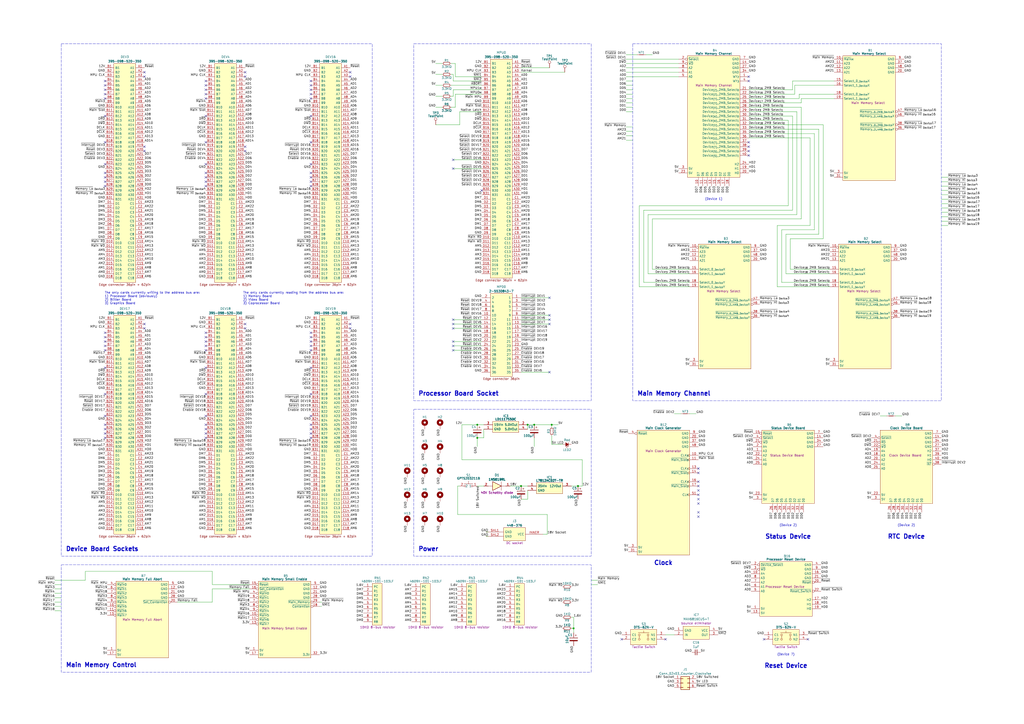
<source format=kicad_sch>
(kicad_sch (version 20250114) (generator "eeschema") (generator_version "9.0")
  (paper "A2")
  (title_block (title "HCP65 Small Mainboard") (date "2024-09-09") (rev "V0"))
  (rectangle (start 35.56 327.66) (end 342.9 389.89) (stroke (width 0) (type dash)))
  (rectangle (start 35.56 25.4) (end 215.9 322.58) (stroke (width 0) (type dash)))
  (rectangle (start 367.03 25.4) (end 546.1 232.41) (stroke (width 0) (type dash)))
  (rectangle (start 240.03 237.49) (end 342.9 322.58) (stroke (width 0) (type dash)))
  (rectangle (start 240.03 25.4) (end 342.9 232.41) (stroke (width 0) (type dash)))
  (text "RTC Device" (at 525.78 309.88 0) (effects (font (size 2.54 2.54) (thickness 0.508) (bold yes)) (justify top)))
  (text "Clock" (at 384.81 325.12 0) (effects (font (size 2.54 2.54) (thickness 0.508) (bold yes)) (justify top)))
  (text "(Device 1)" (at 414.02 115.57 0) (effects (font (size 1.27 1.27))))
  (text "Processor Board Socket" (at 242.57 229.87 0) (effects (font (size 2.54 2.54) (thickness 0.508) (bold yes)) (justify left bottom)))
  (text "Power" (at 242.57 320.04 0) (effects (font (size 2.54 2.54) (thickness 0.508) (bold yes)) (justify left bottom)))
  (text "Main Memory Control" (at 38.1 387.35 0) (effects (font (size 2.54 2.54) (thickness 0.508) (bold yes)) (justify left bottom)))
  (text "The only cards currently writing to the address bus are:\n1) Processor Board (obviously)\n2) Blitter Board\n3) Graphics Board" (at 60.706 169.164 0) (effects (font (size 1.27 1.27)) (justify left top)))
  (text "(Device 2)" (at 525.78 304.8 0) (effects (font (size 1.27 1.27))))
  (text "(Device 7)" (at 455.93 379.73 0) (effects (font (size 1.27 1.27))))
  (text "The only cards currently reading from the address bus are:\n1) Memory Board\n2) Video Board\n3) Coprocessor Board" (at 140.97 169.164 0) (effects (font (size 1.27 1.27)) (justify left top)))
  (text "Main Memory Channel" (at 369.57 229.87 0) (effects (font (size 2.54 2.54) (thickness 0.508) (bold yes)) (justify left bottom)))
  (text "(Device 2)" (at 457.2 304.8 0) (effects (font (size 1.27 1.27))))
  (text "Status Device" (at 457.2 309.88 0) (effects (font (size 2.54 2.54) (thickness 0.508) (bold yes)) (justify top)))
  (text "Device Board Sockets" (at 38.1 320.04 0) (effects (font (size 2.54 2.54) (thickness 0.508) (bold yes)) (justify left bottom)))
  (text "Reset Device" (at 455.93 384.81 0) (effects (font (size 2.54 2.54) (thickness 0.508) (bold yes)) (justify top)))
  (junction (at 335.28 281.94))
  (junction (at 276.86 246.38))
  (junction (at 306.07 246.38))
  (junction (at 332.74 364.49))
  (junction (at 309.88 246.38))
  (junction (at 276.86 254))
  (junction (at 320.04 246.38))
  (junction (at 302.26 281.94))
  (no_connect (at 119.38 67.31))
  (no_connect (at 318.77 185.42))
  (no_connect (at 119.38 248.92))
  (no_connect (at 180.34 46.99))
  (no_connect (at 83.82 44.45))
  (no_connect (at 434.34 82.55))
  (no_connect (at 180.34 67.31))
  (no_connect (at 60.96 200.66))
  (no_connect (at 119.38 102.87))
  (no_connect (at 60.96 49.53))
  (no_connect (at 119.38 49.53))
  (no_connect (at 83.82 87.63))
  (no_connect (at 142.24 85.09))
  (no_connect (at 180.34 241.3))
  (no_connect (at 405.13 274.32))
  (no_connect (at 119.38 203.2))
  (no_connect (at 405.13 284.48))
  (no_connect (at 386.08 370.84))
  (no_connect (at 443.23 370.84))
  (no_connect (at 262.89 198.12))
  (no_connect (at 262.89 97.79))
  (no_connect (at 60.96 198.12))
  (no_connect (at 203.2 190.5))
  (no_connect (at 434.34 85.09))
  (no_connect (at 180.34 57.15))
  (no_connect (at 262.89 200.66))
  (no_connect (at 60.96 105.41))
  (no_connect (at 405.13 281.94))
  (no_connect (at 180.34 213.36))
  (no_connect (at 318.77 187.96))
  (no_connect (at 180.34 82.55))
  (no_connect (at 119.38 105.41))
  (no_connect (at 180.34 228.6))
  (no_connect (at 119.38 195.58))
  (no_connect (at 142.24 44.45))
  (no_connect (at 180.34 49.53))
  (no_connect (at 83.82 190.5))
  (no_connect (at 60.96 213.36))
  (no_connect (at 180.34 251.46))
  (no_connect (at 180.34 102.87))
  (no_connect (at 180.34 246.38))
  (no_connect (at 60.96 46.99))
  (no_connect (at 119.38 46.99))
  (no_connect (at 60.96 228.6))
  (no_connect (at 119.38 95.25))
  (no_connect (at 434.34 90.17))
  (no_connect (at 279.4 110.49))
  (no_connect (at 60.96 52.07))
  (no_connect (at 60.96 254))
  (no_connect (at 60.96 241.3))
  (no_connect (at 60.96 246.38))
  (no_connect (at 119.38 100.33))
  (no_connect (at 60.96 95.25))
  (no_connect (at 60.96 193.04))
  (no_connect (at 434.34 46.99))
  (no_connect (at 262.89 187.96))
  (no_connect (at 142.24 87.63))
  (no_connect (at 180.34 105.41))
  (no_connect (at 119.38 254))
  (no_connect (at 262.89 185.42))
  (no_connect (at 83.82 187.96))
  (no_connect (at 83.82 41.91))
  (no_connect (at 180.34 52.07))
  (no_connect (at 119.38 241.3))
  (no_connect (at 318.77 172.72))
  (no_connect (at 119.38 107.95))
  (no_connect (at 180.34 203.2))
  (no_connect (at 119.38 82.55))
  (no_connect (at 405.13 292.1))
  (no_connect (at 262.89 203.2))
  (no_connect (at 180.34 193.04))
  (no_connect (at 119.38 200.66))
  (no_connect (at 180.34 100.33))
  (no_connect (at 119.38 52.07))
  (no_connect (at 119.38 57.15))
  (no_connect (at 180.34 195.58))
  (no_connect (at 60.96 57.15))
  (no_connect (at 180.34 107.95))
  (no_connect (at 60.96 203.2))
  (no_connect (at 142.24 187.96))
  (no_connect (at 60.96 107.95))
  (no_connect (at 142.24 190.5))
  (no_connect (at 60.96 82.55))
  (no_connect (at 203.2 44.45))
  (no_connect (at 60.96 100.33))
  (no_connect (at 119.38 251.46))
  (no_connect (at 180.34 54.61))
  (no_connect (at 119.38 198.12))
  (no_connect (at 60.96 251.46))
  (no_connect (at 405.13 287.02))
  (no_connect (at 360.68 370.84))
  (no_connect (at 60.96 102.87))
  (no_connect (at 262.89 92.71))
  (no_connect (at 262.89 190.5))
  (no_connect (at 405.13 297.18))
  (no_connect (at 180.34 200.66))
  (no_connect (at 60.96 195.58))
  (no_connect (at 203.2 41.91))
  (no_connect (at 60.96 248.92))
  (no_connect (at 405.13 299.72))
  (no_connect (at 119.38 54.61))
  (no_connect (at 83.82 85.09))
  (no_connect (at 405.13 271.78))
  (no_connect (at 180.34 248.92))
  (no_connect (at 318.77 215.9))
  (no_connect (at 119.38 246.38))
  (no_connect (at 180.34 254))
  (no_connect (at 60.96 54.61))
  (no_connect (at 434.34 87.63))
  (no_connect (at 203.2 187.96))
  (no_connect (at 60.96 67.31))
  (no_connect (at 318.77 182.88))
  (no_connect (at 180.34 198.12))
  (no_connect (at 434.34 44.45))
  (no_connect (at 119.38 193.04))
  (no_connect (at 468.63 370.84))
  (no_connect (at 142.24 41.91))
  (no_connect (at 180.34 95.25))
  (no_connect (at 119.38 213.36))
  (no_connect (at 405.13 279.4))
  (no_connect (at 405.13 289.56))
  (no_connect (at 119.38 228.6))
  (wire (pts (xy 302.26 39.37) (xy 318.77 39.37)))
  (wire (pts (xy 464.82 127) (xy 378.46 127)))
  (wire (pts (xy 391.16 368.3) (xy 386.08 368.3)))
  (wire (pts (xy 457.2 69.85) (xy 457.2 119.38)))
  (wire (pts (xy 265.43 281.94) (xy 265.43 298.45)))
  (wire (pts (xy 123.19 349.25) (xy 123.19 341.63)))
  (wire (pts (xy 363.22 64.77) (xy 367.03 64.77)))
  (wire (pts (xy 306.07 284.48) (xy 306.07 289.56)))
  (wire (pts (xy 458.47 138.43) (xy 477.52 138.43)))
  (wire (pts (xy 256.54 55.88) (xy 252.73 55.88)))
  (wire (pts (xy 281.94 311.15) (xy 283.21 311.15)))
  (wire (pts (xy 434.34 69.85) (xy 457.2 69.85)))
  (wire (pts (xy 378.46 127) (xy 378.46 156.21)))
  (wire (pts (xy 394.97 240.03) (xy 391.16 240.03)))
  (wire (pts (xy 434.34 74.93) (xy 474.98 74.93)))
  (wire (pts (xy 457.2 119.38) (xy 370.84 119.38)))
  (wire (pts (xy 256.54 36.83) (xy 252.73 36.83)))
  (wire (pts (xy 262.89 187.96) (xy 279.4 187.96)))
  (wire (pts (xy 400.05 240.03) (xy 403.86 240.03)))
  (wire (pts (xy 262.89 97.79) (xy 279.4 97.79)))
  (wire (pts (xy 375.92 124.46) (xy 375.92 158.75)))
  (wire (pts (xy 186.69 351.79) (xy 185.42 351.79)))
  (wire (pts (xy 262.89 43.18) (xy 262.89 46.99)))
  (wire (pts (xy 477.52 72.39) (xy 434.34 72.39)))
  (wire (pts (xy 276.86 281.94) (xy 280.67 281.94)))
  (wire (pts (xy 31.75 349.25) (xy 35.56 349.25)))
  (wire (pts (xy 262.89 52.07) (xy 279.4 52.07)))
  (wire (pts (xy 281.94 308.61) (xy 283.21 308.61)))
  (wire (pts (xy 363.22 62.23) (xy 367.03 62.23)))
  (wire (pts (xy 462.28 64.77) (xy 462.28 124.46)))
  (wire (pts (xy 363.22 46.99) (xy 367.03 46.99)))
  (wire (pts (xy 276.86 259.08) (xy 276.86 254)))
  (wire (pts (xy 337.82 266.7) (xy 337.82 281.94)))
  (wire (pts (xy 370.84 119.38) (xy 370.84 166.37)))
  (wire (pts (xy 363.22 76.2) (xy 367.03 76.2)))
  (wire (pts (xy 262.89 46.99) (xy 279.4 46.99)))
  (wire (pts (xy 317.5 309.88) (xy 314.96 309.88)))
  (wire (pts (xy 546.1 120.65) (xy 549.91 120.65)))
  (wire (pts (xy 123.19 331.47) (xy 49.53 331.47)))
  (wire (pts (xy 546.1 113.03) (xy 549.91 113.03)))
  (wire (pts (xy 459.74 121.92) (xy 373.38 121.92)))
  (wire (pts (xy 256.54 43.18) (xy 252.73 43.18)))
  (wire (pts (xy 295.91 281.94) (xy 302.26 281.94)))
  (wire (pts (xy 265.43 298.45) (xy 317.5 298.45)))
  (wire (pts (xy 546.1 115.57) (xy 549.91 115.57)))
  (wire (pts (xy 261.62 62.23) (xy 264.16 62.23)))
  (wire (pts (xy 546.1 110.49) (xy 549.91 110.49)))
  (wire (pts (xy 280.67 254) (xy 276.86 254)))
  (wire (pts (xy 477.52 138.43) (xy 477.52 72.39)))
  (wire (pts (xy 363.22 54.61) (xy 367.03 54.61)))
  (wire (pts (xy 453.39 163.83) (xy 481.33 163.83)))
  (wire (pts (xy 309.88 246.38) (xy 320.04 246.38)))
  (wire (pts (xy 455.93 158.75) (xy 481.33 158.75)))
  (wire (pts (xy 546.1 130.81) (xy 549.91 130.81)))
  (wire (pts (xy 31.75 344.17) (xy 35.56 344.17)))
  (wire (pts (xy 462.28 124.46) (xy 375.92 124.46)))
  (wire (pts (xy 363.22 49.53) (xy 367.03 49.53)))
  (wire (pts (xy 464.82 59.69) (xy 464.82 57.15)))
  (wire (pts (xy 318.77 172.72) (xy 302.26 172.72)))
  (wire (pts (xy 261.62 55.88) (xy 262.89 55.88)))
  (wire (pts (xy 434.34 54.61) (xy 461.01 54.61)))
  (wire (pts (xy 262.89 55.88) (xy 262.89 52.07)))
  (wire (pts (xy 264.16 36.83) (xy 264.16 44.45)))
  (wire (pts (xy 31.75 351.79) (xy 35.56 351.79)))
  (wire (pts (xy 472.44 133.35) (xy 453.39 133.35)))
  (wire (pts (xy 276.86 246.38) (xy 280.67 246.38)))
  (wire (pts (xy 481.33 156.21) (xy 458.47 156.21)))
  (wire (pts (xy 464.82 57.15) (xy 483.87 57.15)))
  (wire (pts (xy 335.28 281.94) (xy 331.47 281.94)))
  (wire (pts (xy 369.57 31.75) (xy 363.22 31.75)))
  (wire (pts (xy 483.87 46.99) (xy 459.74 46.99)))
  (wire (pts (xy 186.69 349.25) (xy 185.42 349.25)))
  (wire (pts (xy 331.47 358.14) (xy 332.74 358.14)))
  (wire (pts (xy 306.07 246.38) (xy 309.88 246.38)))
  (wire (pts (xy 363.22 81.28) (xy 367.03 81.28)))
  (wire (pts (xy 267.97 266.7) (xy 267.97 246.38)))
  (wire (pts (xy 546.1 123.19) (xy 549.91 123.19)))
  (wire (pts (xy 363.22 73.66) (xy 367.03 73.66)))
  (wire (pts (xy 474.98 135.89) (xy 455.93 135.89)))
  (wire (pts (xy 450.85 130.81) (xy 450.85 166.37)))
  (wire (pts (xy 474.98 74.93) (xy 474.98 135.89)))
  (wire (pts (xy 546.1 107.95) (xy 549.91 107.95)))
  (wire (pts (xy 434.34 62.23) (xy 464.82 62.23)))
  (wire (pts (xy 318.77 187.96) (xy 302.26 187.96)))
  (wire (pts (xy 370.84 166.37) (xy 400.05 166.37)))
  (wire (pts (xy 461.01 49.53) (xy 483.87 49.53)))
  (wire (pts (xy 546.1 102.87) (xy 549.91 102.87)))
  (wire (pts (xy 510.54 241.3) (xy 514.35 241.3)))
  (wire (pts (xy 331.47 364.49) (xy 332.74 364.49)))
  (wire (pts (xy 320.04 246.38) (xy 323.85 246.38)))
  (wire (pts (xy 31.75 339.09) (xy 35.56 339.09)))
  (wire (pts (xy 31.75 341.63) (xy 35.56 341.63)))
  (wire (pts (xy 337.82 281.94) (xy 335.28 281.94)))
  (wire (pts (xy 434.34 80.01) (xy 469.9 80.01)))
  (wire (pts (xy 373.38 121.92) (xy 373.38 163.83)))
  (wire (pts (xy 523.24 241.3) (xy 519.43 241.3)))
  (wire (pts (xy 363.22 52.07) (xy 367.03 52.07)))
  (wire (pts (xy 318.77 182.88) (xy 302.26 182.88)))
  (wire (pts (xy 320.04 252.73) (xy 320.04 257.81)))
  (wire (pts (xy 261.62 43.18) (xy 262.89 43.18)))
  (wire (pts (xy 463.55 54.61) (xy 483.87 54.61)))
  (wire (pts (xy 318.77 215.9) (xy 302.26 215.9)))
  (wire (pts (xy 144.78 339.09) (xy 123.19 339.09)))
  (wire (pts (xy 266.7 72.39) (xy 252.73 72.39)))
  (wire (pts (xy 264.16 54.61) (xy 279.4 54.61)))
  (wire (pts (xy 261.62 36.83) (xy 264.16 36.83)))
  (wire (pts (xy 31.75 354.33) (xy 35.56 354.33)))
  (wire (pts (xy 374.65 31.75) (xy 378.46 31.75)))
  (wire (pts (xy 363.22 57.15) (xy 367.03 57.15)))
  (wire (pts (xy 450.85 166.37) (xy 481.33 166.37)))
  (wire (pts (xy 318.77 185.42) (xy 302.26 185.42)))
  (wire (pts (xy 363.22 78.74) (xy 367.03 78.74)))
  (wire (pts (xy 363.22 59.69) (xy 367.03 59.69)))
  (wire (pts (xy 546.1 118.11) (xy 549.91 118.11)))
  (wire (pts (xy 262.89 92.71) (xy 279.4 92.71)))
  (wire (pts (xy 434.34 67.31) (xy 459.74 67.31)))
  (wire (pts (xy 49.53 331.47) (xy 49.53 336.55)))
  (wire (pts (xy 463.55 57.15) (xy 463.55 54.61)))
  (wire (pts (xy 306.07 246.38) (xy 306.07 248.92)))
  (wire (pts (xy 375.92 158.75) (xy 400.05 158.75)))
  (wire (pts (xy 546.1 128.27) (xy 549.91 128.27)))
  (wire (pts (xy 267.97 266.7) (xy 337.82 266.7)))
  (wire (pts (xy 373.38 163.83) (xy 400.05 163.83)))
  (wire (pts (xy 453.39 133.35) (xy 453.39 163.83)))
  (wire (pts (xy 363.22 36.83) (xy 393.7 36.83)))
  (wire (pts (xy 461.01 54.61) (xy 461.01 49.53)))
  (wire (pts (xy 363.22 34.29) (xy 393.7 34.29)))
  (wire (pts (xy 317.5 298.45) (xy 317.5 309.88)))
  (wire (pts (xy 363.22 39.37) (xy 393.7 39.37)))
  (wire (pts (xy 342.9 339.09) (xy 346.71 339.09)))
  (wire (pts (xy 280.67 248.92) (xy 280.67 254)))
  (wire (pts (xy 459.74 67.31) (xy 459.74 121.92)))
  (wire (pts (xy 123.19 341.63) (xy 144.78 341.63)))
  (wire (pts (xy 464.82 62.23) (xy 464.82 127)))
  (wire (pts (xy 256.54 49.53) (xy 252.73 49.53)))
  (wire (pts (xy 302.26 41.91) (xy 327.66 41.91)))
  (wire (pts (xy 262.89 190.5) (xy 279.4 190.5)))
  (wire (pts (xy 546.1 105.41) (xy 549.91 105.41)))
  (wire (pts (xy 434.34 59.69) (xy 464.82 59.69)))
  (wire (pts (xy 306.07 289.56) (xy 302.26 289.56)))
  (wire (pts (xy 378.46 156.21) (xy 400.05 156.21)))
  (wire (pts (xy 434.34 77.47) (xy 472.44 77.47)))
  (wire (pts (xy 31.75 336.55) (xy 49.53 336.55)))
  (wire (pts (xy 266.7 72.39) (xy 266.7 64.77)))
  (wire (pts (xy 469.9 130.81) (xy 450.85 130.81)))
  (wire (pts (xy 102.87 349.25) (xy 123.19 349.25)))
  (wire (pts (xy 264.16 62.23) (xy 264.16 54.61)))
  (wire (pts (xy 262.89 198.12) (xy 279.4 198.12)))
  (wire (pts (xy 363.22 44.45) (xy 393.7 44.45)))
  (wire (pts (xy 332.74 364.49) (xy 332.74 367.03)))
  (wire (pts (xy 262.89 200.66) (xy 279.4 200.66)))
  (wire (pts (xy 309.88 254) (xy 309.88 259.08)))
  (wire (pts (xy 320.04 246.38) (xy 320.04 247.65)))
  (wire (pts (xy 266.7 64.77) (xy 279.4 64.77)))
  (wire (pts (xy 342.9 336.55) (xy 346.71 336.55)))
  (wire (pts (xy 123.19 339.09) (xy 123.19 331.47)))
  (wire (pts (xy 472.44 77.47) (xy 472.44 133.35)))
  (wire (pts (xy 261.62 49.53) (xy 279.4 49.53)))
  (wire (pts (xy 332.74 358.14) (xy 332.74 364.49)))
  (wire (pts (xy 434.34 64.77) (xy 462.28 64.77)))
  (wire (pts (xy 546.1 125.73) (xy 549.91 125.73)))
  (wire (pts (xy 267.97 246.38) (xy 276.86 246.38)))
  (wire (pts (xy 455.93 135.89) (xy 455.93 158.75)))
  (wire (pts (xy 265.43 281.94) (xy 266.7 281.94)))
  (wire (pts (xy 459.74 46.99) (xy 459.74 52.07)))
  (wire (pts (xy 264.16 44.45) (xy 279.4 44.45)))
  (wire (pts (xy 31.75 346.71) (xy 35.56 346.71)))
  (wire (pts (xy 363.22 41.91) (xy 393.7 41.91)))
  (wire (pts (xy 434.34 57.15) (xy 463.55 57.15)))
  (wire (pts (xy 262.89 203.2) (xy 279.4 203.2)))
  (wire (pts (xy 302.26 281.94) (xy 306.07 281.94)))
  (wire (pts (xy 326.39 257.81) (xy 320.04 257.81)))
  (wire (pts (xy 256.54 62.23) (xy 252.73 62.23)))
  (wire (pts (xy 458.47 156.21) (xy 458.47 138.43)))
  (wire (pts (xy 262.89 185.42) (xy 279.4 185.42)))
  (wire (pts (xy 459.74 52.07) (xy 434.34 52.07)))
  (wire (pts (xy 469.9 80.01) (xy 469.9 130.81)))
  (label "GND" (at 279.4 158.75 180))
  (label "AD3" (at 142.24 200.66 0))
  (label "DD0" (at 83.82 107.95 0))
  (label "~{Select} DEV4" (at 279.4 100.33 180))
  (label "AM11" (at 302.26 146.05 0))
  (label "MPU1_{M}" (at 279.4 52.07 180))
  (label "AD10" (at 302.26 69.85 0))
  (label "D~{WD}" (at 60.96 72.39 180))
  (label "DM1" (at 119.38 133.35 180))
  (label "Device_{4} 2MB Select_{0}" (at 400.05 163.83 180))
  (label "DM4" (at 60.96 125.73 180))
  (label "GND" (at 60.96 187.96 180))
  (label "~{Reset} DEV17" (at 60.96 233.68 180))
  (label "DD0" (at 203.2 107.95 0))
  (label "~{Memory Hi}_{ Device}3" (at 60.96 113.03 180))
  (label "AD8" (at 203.2 213.36 0))
  (label "~{Memory Lo}_{ Device}3" (at 60.96 110.49 180))
  (label "DD1" (at 420.37 107.95 270))
  (label "~{Memory Lo}_{ Device}18" (at 549.91 123.19 0))
  (label "AD3" (at 505.46 264.16 180))
  (label "~{Select} DEV18" (at 279.4 82.55 180))
  (label "AM21" (at 142.24 269.24 0))
  (label "~{Enable} DEV18" (at 119.38 238.76 180))
  (label "GND" (at 246.38 262.89 270))
  (label "~{Interrupt} DEV1" (at 302.26 172.72 0))
  (label "GND" (at 119.38 62.23 180))
  (label "GND" (at 391.16 365.76 180))
  (label "AD16" (at 142.24 233.68 0))
  (label "~{Memory Hi}_{ Device}17" (at 549.91 120.65 0))
  (label "~{Main WD}" (at 326.39 349.25 180))
  (label "AM1" (at 238.76 358.14 180))
  (label "AM21" (at 83.82 123.19 0))
  (label "DM0" (at 210.82 360.68 180))
  (label "GND" (at 246.38 304.8 270))
  (label "~{Main Memory}" (at 346.71 336.55 0))
  (label "~{Memory Hi}_{ Device}4" (at 549.91 110.49 0))
  (label "AM10" (at 203.2 151.13 0))
  (label "DM1" (at 60.96 279.4 180))
  (label "AD14" (at 83.82 82.55 0))
  (label "DD2" (at 203.2 248.92 0))
  (label "AM2" (at 238.76 355.6 180))
  (label "5V" (at 406.4 378.46 0))
  (label "~{Memory Hi}_{ Device}16" (at 524.51 67.31 0))
  (label "GND" (at 283.21 308.61 180))
  (label "AM7" (at 203.2 304.8 0))
  (label "AM3" (at 119.38 297.18 180))
  (label "DD5" (at 83.82 95.25 0))
  (label "AM20" (at 203.2 125.73 0))
  (label "DM4" (at 279.4 123.19 180))
  (label "~{Reset} DEV3" (at 279.4 195.58 180))
  (label "GND" (at 180.34 138.43 180))
  (label "~{Interrupt} DEV16" (at 302.26 190.5 0))
  (label "DD3" (at 415.29 107.95 270))
  (label "GND" (at 60.96 161.29 180))
  (label "DD6" (at 519.43 297.18 270))
  (label "~{Reset}" (at 142.24 185.42 0))
  (label "Device_{3} 2MB Select_{0}" (at 434.34 62.23 0))
  (label "GND" (at 335.28 289.56 270))
  (label "DM6" (at 119.38 266.7 180))
  (label "GND" (at 60.96 97.79 180))
  (label "D~{WD}" (at 119.38 218.44 180))
  (label "AM19" (at 83.82 128.27 0))
  (label "DM1" (at 279.4 130.81 180))
  (label "DD6" (at 407.67 107.95 270))
  (label "HD2" (at 142.24 110.49 0))
  (label "12V" (at 267.97 246.38 180))
  (label "DD3" (at 83.82 246.38 0))
  (label "AM15" (at 83.82 284.48 0))
  (label "GND" (at 252.73 55.88 180))
  (label "~{Enable} DEV19" (at 302.26 203.2 0))
  (label "AM7" (at 83.82 158.75 0))
  (label "AD2" (at 83.82 198.12 0))
  (label "AD4" (at 436.88 259.08 180))
  (label "AM4" (at 60.96 148.59 180))
  (label "GND" (at 521.97 143.51 0))
  (label "~{Interrupt} DEV6" (at 302.26 185.42 0))
  (label "AM15" (at 142.24 138.43 0))
  (label "AM14" (at 142.24 140.97 0))
  (label "AM11" (at 142.24 148.59 0))
  (label "AM18" (at 83.82 130.81 0))
  (label "HD0" (at 546.1 266.7 0))
  (label "DD5" (at 363.22 52.07 180))
  (label "AM7" (at 203.2 158.75 0))
  (label "AD4" (at 83.82 203.2 0))
  (label "MPU CLK" (at 119.38 44.45 180))
  (label "GND" (at 434.34 39.37 0))
  (label "AM19" (at 142.24 128.27 0))
  (label "1.6V" (at 238.76 340.36 180))
  (label "~{Main Slot}" (at 405.13 266.7 0))
  (label "12V" (at 119.38 185.42 180))
  (label "D~{CLK}" (at 180.34 77.47 180))
  (label "AD9" (at 83.82 215.9 0))
  (label "~{Interrupt} DEV4" (at 302.26 180.34 0))
  (label "DD5" (at 142.24 241.3 0))
  (label "DD3" (at 302.26 97.79 0))
  (label "D~{WD}" (at 180.34 218.44 180))
  (label "~{Select} DEV7" (at 435.61 327.66 180))
  (label "AD2" (at 435.61 337.82 180))
  (label "AM8" (at 83.82 302.26 0))
  (label "GND" (at 60.96 261.62 180))
  (label "AM6" (at 238.76 345.44 180))
  (label "DD7" (at 363.22 46.99 180))
  (label "AD2" (at 142.24 52.07 0))
  (label "~{Memory Lo}_{ Device}4" (at 440.69 181.61 0))
  (label "AM6" (at 83.82 307.34 0))
  (label "DM2" (at 279.4 128.27 180))
  (label "AM8" (at 142.24 156.21 0))
  (label "1.6V" (at 210.82 340.36 180))
  (label "AM20" (at 302.26 123.19 0))
  (label "MPU CLK" (at 180.34 190.5 180))
  (label "GND" (at 332.74 374.65 270))
  (label "AD0" (at 436.88 269.24 180))
  (label "12V" (at 180.34 39.37 180))
  (label "AD4" (at 505.46 261.62 180))
  (label "~{Memory Hi}_{ Device}18" (at 521.97 176.53 0))
  (label "~{Main} MPU" (at 62.23 339.09 180))
  (label "AD11" (at 142.24 220.98 0))
  (label "DM0" (at 279.4 133.35 180))
  (label "DM1" (at 180.34 133.35 180))
  (label "DM4" (at 119.38 125.73 180))
  (label "~{Interrupt} DEV16" (at 180.34 85.09 180))
  (label "AM1" (at 279.4 153.67 180))
  (label "Device_{19} 2MB Select_{0}" (at 434.34 77.47 0))
  (label "GND" (at 546.1 256.54 0))
  (label "DM7" (at 180.34 118.11 180))
  (label "~{Main}3" (at 144.78 351.79 180))
  (label "AM12" (at 203.2 146.05 0))
  (label "GND" (at 326.39 358.14 180))
  (label "AM6" (at 302.26 158.75 0))
  (label "~{Memory Lo}_{ Device}3" (at 440.69 173.99 0))
  (label "~{Memory Hi}_{ Device}4" (at 440.69 184.15 0))
  (label "~{Reset} DEV7" (at 279.4 185.42 180))
  (label "DM3" (at 279.4 125.73 180))
  (label "GND" (at 276.86 259.08 270))
  (label "AD11" (at 203.2 74.93 0))
  (label "~{Memory Lo}_{ Device}16" (at 180.34 110.49 180))
  (label "HD2" (at 434.34 95.25 0))
  (label "AM6" (at 203.2 307.34 0))
  (label "~{Select} DEV5" (at 279.4 97.79 180))
  (label "DM6" (at 279.4 118.11 180))
  (label "AM17" (at 142.24 279.4 0))
  (label "~{NMI1}" (at 186.69 351.79 0))
  (label "AM1" (at 60.96 302.26 180))
  (label "DD3" (at 527.05 297.18 270))
  (label "Device_{17} 2MB Select_{0}" (at 434.34 57.15 0))
  (label "~{NMI1}" (at 279.4 44.45 180))
  (label "GND" (at 309.88 259.08 270))
  (label "AM2" (at 60.96 153.67 180))
  (label "GND" (at 236.22 304.8 270))
  (label "5V" (at 481.33 209.55 180))
  (label "3.3V" (at 62.23 356.87 180))
  (label "GND" (at 119.38 243.84 180))
  (label "DD6" (at 203.2 238.76 0))
  (label "AM3" (at 60.96 297.18 180))
  (label "~{Memory Hi}_{ Device}4" (at 119.38 113.03 180))
  (label "AM20" (at 142.24 125.73 0))
  (label "AD9" (at 83.82 69.85 0))
  (label "AM19" (at 203.2 128.27 0))
  (label "AM16" (at 142.24 135.89 0))
  (label "~{Interrupt} DEV19" (at 302.26 198.12 0))
  (label "GND" (at 180.34 80.01 180))
  (label "GND" (at 440.69 148.59 0))
  (label "AD13" (at 203.2 80.01 0))
  (label "~{Reset}" (at 83.82 39.37 0))
  (label "DD7" (at 142.24 236.22 0))
  (label "~{Enable} DEV3" (at 279.4 208.28 180))
  (label "AD5" (at 142.24 205.74 0))
  (label "GND" (at 102.87 341.63 0))
  (label "AM21" (at 142.24 123.19 0))
  (label "HD2" (at 203.2 110.49 0))
  (label "~{Enable} DEV18" (at 302.26 205.74 0))
  (label "~{Enable} DEV7" (at 510.54 241.3 180))
  (label "GND" (at 434.34 36.83 0))
  (label "HD2" (at 546.1 261.62 0))
  (label "~{Enable} DEV5" (at 279.4 203.2 180))
  (label "AD2" (at 363.22 39.37 180))
  (label "AM20" (at 142.24 271.78 0))
  (label "AD12" (at 83.82 77.47 0))
  (label "~{Select} DEV6" (at 279.4 92.71 180))
  (label "AM21" (at 481.33 151.13 180))
  (label "5V" (at 483.87 102.87 180))
  (label "GND" (at 401.32 378.46 180))
  (label "~{Select} DEV17" (at 60.96 236.22 180))
  (label "AM0" (at 60.96 158.75 180))
  (label "AM21" (at 83.82 269.24 0))
  (label "AM2" (at 279.4 151.13 180))
  (label "GND" (at 119.38 284.48 180))
  (label "AD13" (at 203.2 226.06 0))
  (label "~{Main Slot}" (at 180.34 210.82 180))
  (label "AM5" (at 180.34 292.1 180))
  (label "~{Select} DEV1" (at 279.4 107.95 180))
  (label "AM11" (at 203.2 148.59 0))
  (label "DD6" (at 142.24 238.76 0))
  (label "AM1" (at 180.34 302.26 180))
  (label "GND" (at 279.4 135.89 180))
  (label "AD10" (at 83.82 72.39 0))
  (label "AM4" (at 119.38 148.59 180))
  (label "~{Main}17" (at 144.78 359.41 180))
  (label "AM17" (at 83.82 279.4 0))
  (label "DM4" (at 119.38 271.78 180))
  (label "GND" (at 255.27 304.8 270))
  (label "AM18" (at 203.2 276.86 0))
  (label "Device_{18} 2MB Select_{0}" (at 481.33 156.21 180))
  (label "~{Select} DEV17" (at 279.4 85.09 180))
  (label "GND" (at 440.69 143.51 0))
  (label "~{Main}4" (at 144.78 354.33 180))
  (label "HD2" (at 142.24 256.54 0))
  (label "GND" (at 523.24 241.3 0))
  (label "AM15" (at 142.24 284.48 0))
  (label "AD8" (at 302.26 64.77 0))
  (label "AD1" (at 83.82 49.53 0))
  (label "~{Main}19" (at 62.23 341.63 180))
  (label "AM22" (at 363.22 78.74 180))
  (label "12V" (at 119.38 39.37 180))
  (label "~{Interrupt} DEV18" (at 119.38 231.14 180))
  (label "~{Reset Switch}" (at 403.86 398.78 0))
  (label "~{Main} MPU" (at 31.75 339.09 180))
  (label "~{Main RD}" (at 279.4 138.43 180))
  (label "AD0" (at 83.82 46.99 0))
  (label "GND" (at 477.52 251.46 0))
  (label "~{Memory Lo}_{ Device}18" (at 119.38 256.54 180))
  (label "18V Switched" (at 403.86 393.7 0))
  (label "3.3V" (at 326.39 364.49 180))
  (label "AM16" (at 83.82 135.89 0))
  (label "D~{RD}" (at 60.96 69.85 180))
  (label "AM5" (at 60.96 292.1 180))
  (label "AM23" (at 293.37 342.9 180))
  (label "AD1" (at 142.24 195.58 0))
  (label "AD1" (at 203.2 195.58 0))
  (label "AM23" (at 203.2 264.16 0))
  (label "~{Device}" (at 302.26 39.37 0))
  (label "DD7" (at 203.2 90.17 0))
  (label "DM7" (at 180.34 264.16 180))
  (label "AM10" (at 83.82 151.13 0))
  (label "DD1" (at 363.22 62.23 180))
  (label "GND" (at 180.34 261.62 180))
  (label "AM22" (at 142.24 120.65 0))
  (label "AM7" (at 142.24 158.75 0))
  (label "AD5" (at 203.2 205.74 0))
  (label "~{Select} DEV2" (at 505.46 254 180))
  (label "AM9" (at 142.24 299.72 0))
  (label "DD0" (at 363.22 64.77 180))
  (label "AD2" (at 436.88 264.16 180))
  (label "5V" (at 483.87 100.33 180))
  (label "AM5" (at 279.4 143.51 180))
  (label "DD6" (at 142.24 92.71 0))
  (label "DD3" (at 363.22 57.15 180))
  (label "AM2" (at 119.38 153.67 180))
  (label "DD7" (at 405.13 107.95 270))
  (label "DD2" (at 142.24 102.87 0))
  (label "HD2" (at 83.82 256.54 0))
  (label "~{Main}16" (at 62.23 351.79 180))
  (label "18V Socket" (at 391.16 393.7 180))
  (label "~{Main}19" (at 144.78 346.71 180))
  (label "DD2" (at 417.83 107.95 270))
  (label "AM8" (at 203.2 156.21 0))
  (label "AD2" (at 142.24 198.12 0))
  (label "AD15" (at 203.2 85.09 0))
  (label "DM3" (at 60.96 274.32 180))
  (label "DD5" (at 142.24 95.25 0))
  (label "GND" (at 440.69 146.05 0))
  (label "~{ABORT}" (at 279.4 49.53 180))
  (label "AD14" (at 83.82 228.6 0))
  (label "GND" (at 476.25 330.2 0))
  (label "AM7" (at 302.26 156.21 0))
  (label "~{Main Slot}" (at 180.34 64.77 180))
  (label "AM12" (at 142.24 292.1 0))
  (label "~{Enable} DEV1" (at 363.22 31.75 180))
  (label "AM19" (at 293.37 353.06 180))
  (label "AM3" (at 180.34 151.13 180))
  (label "DD4" (at 203.2 97.79 0))
  (label "GND" (at 477.52 259.08 0))
  (label "DM2" (at 210.82 355.6 180))
  (label "MPU CLK" (at 119.38 190.5 180))
  (label "HD1" (at 203.2 259.08 0))
  (label "AD14" (at 203.2 82.55 0))
  (label "~{Memory Hi}_{ Device}3" (at 440.69 176.53 0))
  (label "~{Main Slot}" (at 119.38 64.77 180))
  (label "DCLK" (at 119.38 74.93 180))
  (label "AM18" (at 83.82 276.86 0))
  (label "~{Select} DEV3" (at 279.4 102.87 180))
  (label "~{Main Memory}" (at 483.87 34.29 180))
  (label "GND" (at 185.42 346.71 0))
  (label "DD3" (at 142.24 100.33 0))
  (label "D~{WD}" (at 436.88 256.54 180))
  (label "AD4" (at 142.24 57.15 0))
  (label "5V" (at 400.05 209.55 180))
  (label "AM8" (at 83.82 156.21 0))
  (label "DM7" (at 119.38 118.11 180))
  (label "~{Reset} DEV4" (at 279.4 193.04 180))
  (label "5V" (at 364.49 317.5 180))
  (label "~{Memory Hi}_{ Device}3" (at 549.91 105.41 0))
  (label "~{Enable} DEV16" (at 302.26 210.82 0))
  (label "5V" (at 436.88 287.02 180))
  (label "~{NMI2}" (at 279.4 46.99 180))
  (label "AM10" (at 142.24 151.13 0))
  (label "GND" (at 546.1 259.08 0))
  (label "AD1" (at 436.88 266.7 180))
  (label "AM16" (at 142.24 281.94 0))
  (label "DM3" (at 180.34 128.27 180))
  (label "Device_{16} 2MB Select_{1}" (at 434.34 54.61 0))
  (label "~{Reset Switch}" (at 476.25 342.9 0))
  (label "D~{RD}" (at 119.38 215.9 180))
  (label "AM22" (at 481.33 148.59 180))
  (label "AD10" (at 142.24 72.39 0))
  (label "AM9" (at 265.43 358.14 180))
  (label "D~{CLK}" (at 60.96 77.47 180))
  (label "~{Interrupt} DEV3" (at 60.96 85.09 180))
  (label "AM23" (at 363.22 76.2 180))
  (label "D~{WD}" (at 279.4 69.85 180))
  (label "~{Main WD}" (at 119.38 289.56 180))
  (label "~{Interrupt} DEV2" (at 302.26 175.26 0))
  (label "GND" (at 405.13 254 0))
  (label "~{Main}4" (at 62.23 349.25 180))
  (label "DM6" (at 180.34 266.7 180))
  (label "AD6" (at 302.26 59.69 0))
  (label "18V" (at 295.91 281.94 0))
  (label "AD0" (at 435.61 342.9 180))
  (label "~{Select} DEV4" (at 119.38 90.17 180))
  (label "AM12" (at 302.26 143.51 0))
  (label "GND" (at 180.34 208.28 180))
  (label "AM21" (at 203.2 269.24 0))
  (label "DD1" (at 83.82 251.46 0))
  (label "AM20" (at 83.82 125.73 0))
  (label "AD8" (at 142.24 67.31 0))
  (label "GND" (at 521.97 151.13 0))
  (label "GND" (at 279.4 215.9 180))
  (label "~{Main}4" (at 119.38 59.69 180))
  (label "AD8" (at 203.2 67.31 0))
  (label "~{Reset Switch}" (at 468.63 368.3 0))
  (label "~{Enable} DEV3" (at 60.96 92.71 180))
  (label "AD7" (at 83.82 210.82 0))
  (label "DM7" (at 60.96 264.16 180))
  (label "GND" (at 405.13 259.08 0))
  (label "~{Main}18" (at 62.23 344.17 180))
  (label "GND" (at 255.27 248.92 270))
  (label "~{Memory Fail}" (at 102.87 349.25 0))
  (label "DD5" (at 203.2 241.3 0))
  (label "~{Main WD}" (at 60.96 143.51 180))
  (label "AD5" (at 83.82 59.69 0))
  (label "DD7" (at 83.82 236.22 0))
  (label "DD0" (at 142.24 254 0))
  (label "~{Main WD}" (at 180.34 289.56 180))
  (label "GND" (at 185.42 344.17 0))
  (label "AD6" (at 203.2 62.23 0))
  (label "GND" (at 60.96 226.06 180))
  (label "AM17" (at 293.37 358.14 180))
  (label "AD9" (at 142.24 215.9 0))
  (label "AD5" (at 302.26 57.15 0))
  (label "AD7" (at 203.2 64.77 0))
  (label "AD13" (at 302.26 77.47 0))
  (label "AM2" (at 180.34 299.72 180))
  (label "GND" (at 60.96 284.48 180))
  (label "AM20" (at 203.2 271.78 0))
  (label "~{Enable} DEV17" (at 302.26 208.28 0))
  (label "DD5" (at 83.82 241.3 0))
  (label "DD6" (at 83.82 92.71 0))
  (label "AD3" (at 203.2 54.61 0))
  (label "D~{CLK}" (at 60.96 223.52 180))
  (label "~{Main}16" (at 31.75 346.71 180))
  (label "AM16" (at 83.82 281.94 0))
  (label "~{Memory Lo}_{ Device}3" (at 549.91 102.87 0))
  (label "AM22" (at 483.87 39.37 180))
  (label "DM6" (at 60.96 266.7 180))
  (label "~{NMI2}" (at 416.56 368.3 0))
  (label "GND" (at 60.96 208.28 180))
  (label "GND" (at 476.25 335.28 0))
  (label "AM3" (at 180.34 297.18 180))
  (label "D~{WD}" (at 505.46 259.08 180))
  (label "~{Reset} DEV4" (at 119.38 87.63 180))
  (label "AM3" (at 238.76 353.06 180))
  (label "~{Main Slot}" (at 60.96 210.82 180))
  (label "DM2" (at 180.34 130.81 180))
  (label "~{Main}18" (at 144.78 349.25 180))
  (label "HD0" (at 83.82 115.57 0))
  (label "AD1" (at 83.82 195.58 0))
  (label "AD10" (at 203.2 218.44 0))
  (label "DD4" (at 83.82 243.84 0))
  (label "5V" (at 435.61 355.6 180))
  (label "GND" (at 279.4 95.25 180))
  (label "DM1" (at 210.82 358.14 180))
  (label "GND" (at 180.34 97.79 180))
  (label "DD5" (at 203.2 95.25 0))
  (label "AM0" (at 119.38 158.75 180))
  (label "Device_{3} 2MB Select_{0}" (at 400.05 156.21 180))
  (label "~{Interrupt} DEV7" (at 302.26 187.96 0))
  (label "GND" (at 60.96 62.23 180))
  (label "AD0" (at 142.24 193.04 0))
  (label "HD2" (at 302.26 107.95 0))
  (label "AD12" (at 83.82 223.52 0))
  (label "AM10" (at 83.82 297.18 0))
  (label "DD0" (at 302.26 105.41 0))
  (label "GND" (at 546.1 254 0))
  (label "GND" (at 255.27 262.89 270))
  (label "AM19" (at 302.26 125.73 0))
  (label "AM9" (at 302.26 151.13 0))
  (label "AM19" (at 83.82 274.32 0))
  (label "AM10" (at 203.2 297.18 0))
  (label "D~{WD}" (at 60.96 218.44 180))
  (label "AD11" (at 83.82 74.93 0))
  (label "HD1" (at 142.24 113.03 0))
  (label "AD5" (at 203.2 59.69 0))
  (label "AM0" (at 60.96 304.8 180))
  (label "AD6" (at 142.24 62.23 0))
  (label "~{Main}17" (at 31.75 349.25 180))
  (label "AD11" (at 142.24 74.93 0))
  (label "~{Main}16" (at 144.78 356.87 180))
  (label "AD3" (at 203.2 200.66 0))
  (label "AD2" (at 203.2 52.07 0))
  (label "Native Latch" (at 279.4 64.77 180))
  (label "D~{RD}" (at 180.34 69.85 180))
  (label "DD5" (at 453.39 297.18 270))
  (label "DD7" (at 142.24 90.17 0))
  (label "GND" (at 331.47 257.81 0))
  (label "HD0" (at 476.25 353.06 0))
  (label "~{Main}19" (at 31.75 351.79 180))
  (label "AM17" (at 302.26 130.81 0))
  (label "AM21" (at 400.05 151.13 180))
  (label "MPU0_{M}" (at 279.4 54.61 180))
  (label "AM4" (at 238.76 350.52 180))
  (label "GND" (at 180.34 307.34 180))
  (label "AD9" (at 302.26 67.31 0))
  (label "~{Reset} DEV18" (at 119.38 233.68 180))
  (label "AD2" (at 83.82 52.07 0))
  (label "DD5" (at 521.97 297.18 270))
  (label "AD15" (at 302.26 82.55 0))
  (label "Device_{19} 2MB Select_{0}" (at 481.33 163.83 180))
  (label "MPU CLK" (at 279.4 41.91 180))
  (label "AM1" (at 180.34 156.21 180))
  (label "AM19" (at 203.2 274.32 0))
  (label "Device_{4} 2MB Select_{1}" (at 400.05 166.37 180))
  (label "DD1" (at 203.2 105.41 0))
  (label "AM4" (at 180.34 148.59 180))
  (label "DM1" (at 119.38 279.4 180))
  (label "DM6" (at 60.96 120.65 180))
  (label "~{Main RD}" (at 119.38 140.97 180))
  (label "D~{CLK}" (at 119.38 223.52 180))
  (label "~{Select} DEV2" (at 436.88 254 180))
  (label "~{Main Memory}" (at 400.05 143.51 180))
  (label "Device_{3} 2MB Select_{1}" (at 434.34 64.77 0))
  (label "3.3V" (at 185.42 379.73 0))
  (label "GND" (at 119.38 226.06 180))
  (label "~{Interrupt} DEV5" (at 302.26 182.88 0))
  (label "DD6" (at 302.26 90.17 0))
  (label "~{Main}4" (at 31.75 344.17 180))
  (label "AM11" (at 83.82 148.59 0))
  (label "AM11" (at 203.2 294.64 0))
  (label "DD0" (at 534.67 297.18 270))
  (label "GND" (at 180.34 41.91 180))
  (label "GND" (at 180.34 284.48 180))
  (label "5V" (at 436.88 289.56 180))
  (label "AM16" (at 293.37 360.68 180))
  (label "AD16" (at 302.26 85.09 0))
  (label "AD15" (at 83.82 231.14 0))
  (label "AM21" (at 483.87 41.91 180))
  (label "AM14" (at 142.24 287.02 0))
  (label "AD3" (at 142.24 54.61 0))
  (label "AM9" (at 142.24 153.67 0))
  (label "GND" (at 279.4 113.03 180))
  (label "HD0" (at 434.34 100.33 0))
  (label "AM16" (at 302.26 133.35 0))
  (label "DM2" (at 180.34 276.86 180))
  (label "DD0" (at 83.82 254 0))
  (label "~{Enable} DEV17" (at 60.96 238.76 180))
  (label "DD2" (at 142.24 248.92 0))
  (label "GND" (at 546.1 251.46 0))
  (label "DD4" (at 412.75 107.95 270))
  (label "DM3" (at 210.82 353.06 180))
  (label "AM8" (at 203.2 302.26 0))
  (label "GND" (at 440.69 151.13 0))
  (label "DM7" (at 60.96 118.11 180))
  (label "AM13" (at 265.43 347.98 180))
  (label "AM5" (at 119.38 292.1 180))
  (label "AD8" (at 83.82 213.36 0))
  (label "AM16" (at 203.2 281.94 0))
  (label "AM5" (at 180.34 146.05 180))
  (label "~{Reset}" (at 83.82 185.42 0))
  (label "DM0" (at 119.38 135.89 180))
  (label "AM3" (at 60.96 151.13 180))
  (label "~{Interrupt} DEV18" (at 302.26 195.58 0))
  (label "~{Interrupt} DEV2" (at 546.1 269.24 0))
  (label "~{Memory Lo}_{ Device}17" (at 60.96 256.54 180))
  (label "GND" (at 434.34 34.29 0))
  (label "~{Main}18" (at 31.75 354.33 180))
  (label "AD2" (at 302.26 49.53 0))
  (label "HD1" (at 546.1 264.16 0))
  (label "AM22" (at 293.37 345.44 180))
  (label "AM9" (at 83.82 153.67 0))
  (label "~{Select} DEV7" (at 279.4 90.17 180))
  (label "GND" (at 524.51 39.37 0))
  (label "~{Select} DEV19" (at 180.34 236.22 180))
  (label "GND" (at 279.4 172.72 180))
  (label "AM17" (at 83.82 133.35 0))
  (label "5V" (at 252.73 49.53 180))
  (label "DCLK" (at 60.96 220.98 180))
  (label "AD6" (at 83.82 62.23 0))
  (label "AM0" (at 180.34 304.8 180))
  (label "AM8" (at 142.24 302.26 0))
  (label "DD4" (at 302.26 95.25 0))
  (label "AD5" (at 83.82 205.74 0))
  (label "GND" (at 185.42 341.63 0))
  (label "AD11" (at 302.26 72.39 0))
  (label "AD16" (at 83.82 233.68 0))
  (label "GND" (at 279.4 39.37 180))
  (label "AM23" (at 203.2 118.11 0))
  (label "12V" (at 60.96 185.42 180))
  (label "DD3" (at 83.82 100.33 0))
  (label "AD14" (at 142.24 228.6 0))
  (label "AD1" (at 302.26 46.99 0))
  (label "GND" (at 378.46 31.75 0))
  (label "~{Reset} DEV16" (at 279.4 182.88 180))
  (label "Device_{16} 2MB Select_{0}" (at 434.34 52.07 0))
  (label "~{Main WD}" (at 279.4 140.97 180))
  (label "GND" (at 180.34 187.96 180))
  (label "GND" (at 60.96 138.43 180))
  (label "AM11" (at 83.82 294.64 0))
  (label "AM18" (at 293.37 355.6 180))
  (label "~{Main}16" (at 180.34 59.69 180))
  (label "DD3" (at 142.24 246.38 0))
  (label "HD1" (at 476.25 350.52 0))
  (label "AD9" (at 203.2 69.85 0))
  (label "DM3" (at 119.38 128.27 180))
  (label "AD6" (at 142.24 208.28 0))
  (label "DM4" (at 180.34 271.78 180))
  (label "~{Enable} DEV2" (at 391.16 240.03 180))
  (label "AM18" (at 203.2 130.81 0))
  (label "AD3" (at 83.82 54.61 0))
  (label "GND" (at 246.38 290.83 270))
  (label "~{Main RD}" (at 60.96 140.97 180))
  (label "DM6" (at 210.82 345.44 180))
  (label "AM13" (at 142.24 143.51 0))
  (label "GND" (at 477.52 254 0))
  (label "AD11" (at 83.82 220.98 0))
  (label "DCLK" (at 180.34 74.93 180))
  (label "5V" (at 62.23 377.19 180))
  (label "DM0" (at 180.34 135.89 180))
  (label "DD1" (at 83.82 105.41 0))
  (label "AM14" (at 302.26 138.43 0))
  (label "D~{WD}" (at 119.38 72.39 180))
  (label "~{Reset} DEV19" (at 180.34 233.68 180))
  (label "AD4" (at 142.24 203.2 0))
  (label "GND" (at 180.34 115.57 180))
  (label "AM20" (at 293.37 350.52 180))
  (label "D~{CLK}" (at 279.4 74.93 180))
  (label "HD1" (at 434.34 97.79 0))
  (label "~{Reset} DEV18" (at 279.4 177.8 180))
  (label "~{Main Slot}" (at 60.96 64.77 180))
  (label "D~{WD}" (at 180.34 72.39 180))
  (label "AM2" (at 180.34 153.67 180))
  (label "DD1" (at 142.24 105.41 0))
  (label "AM4" (at 119.38 294.64 180))
  (label "AD14" (at 142.24 82.55 0))
  (label "DD3" (at 203.2 246.38 0))
  (label "AD12" (at 203.2 77.47 0))
  (label "Device_{19} 2MB Select_{1}" (at 481.33 166.37 180))
  (label "GND" (at 405.13 251.46 0))
  (label "DM0" (at 60.96 281.94 180))
  (label "HD0" (at 203.2 261.62 0))
  (label "~{Main}3" (at 31.75 341.63 180))
  (label "~{Main}3" (at 60.96 59.69 180))
  (label "AM23" (at 142.24 264.16 0))
  (label "DD4" (at 363.22 54.61 180))
  (label "DM5" (at 60.96 123.19 180))
  (label "DD4" (at 83.82 97.79 0))
  (label "AD3" (at 83.82 200.66 0))
  (label "~{Reset} DEV1" (at 279.4 200.66 180))
  (label "~{Memory Hi}_{ Device}19" (at 549.91 130.81 0))
  (label "DM0" (at 60.96 135.89 180))
  (label "~{Select} DEV3" (at 60.96 90.17 180))
  (label "AM4" (at 180.34 294.64 180))
  (label "AD1" (at 363.22 41.91 180))
  (label "DM5" (at 180.34 269.24 180))
  (label "AM5" (at 238.76 347.98 180))
  (label "MPU CLK" (at 405.13 264.16 0))
  (label "GND" (at 302.26 289.56 270))
  (label "~{NMI1}" (at 346.71 339.09 0))
  (label "D~{CLK}" (at 180.34 223.52 180))
  (label "18V Socket" (at 317.5 309.88 0))
  (label "~{Main WD}" (at 119.38 143.51 180))
  (label "~{Memory Lo}_{ Device}4" (at 119.38 110.49 180))
  (label "~{Enable} DEV16" (at 180.34 92.71 180))
  (label "AM15" (at 203.2 138.43 0))
  (label "DD6" (at 83.82 238.76 0))
  (label "GND" (at 524.51 41.91 0))
  (label "DD0" (at 466.09 297.18 270))
  (label "AM4" (at 60.96 294.64 180))
  (label "~{Main}17" (at 60.96 205.74 180))
  (label "AM9" (at 203.2 299.72 0))
  (label "5V" (at 505.46 287.02 180))
  (label "AD16" (at 203.2 233.68 0))
  (label "AM3" (at 119.38 151.13 180))
  (label "D~{WD}" (at 435.61 330.2 180))
  (label "AM6" (at 142.24 161.29 0))
  (label "~{Reset} DEV6" (at 279.4 187.96 180))
  (label "~{Select} DEV1" (at 363.22 34.29 180))
  (label "AD0" (at 363.22 44.45 180))
  (label "~{Main RD}" (at 119.38 287.02 180))
  (label "AM2" (at 119.38 299.72 180))
  (label "GND" (at 60.96 243.84 180))
  (label "AM23" (at 483.87 36.83 180))
  (label "GND" (at 119.38 261.62 180))
  (label "~{Select} DEV19" (at 279.4 80.01 180))
  (label "~{Select} DEV2" (at 279.4 105.41 180))
  (label "~{Main}18" (at 119.38 205.74 180))
  (label "D~{RD}" (at 180.34 215.9 180))
  (label "~{Memory Hi}_{ Device}18" (at 549.91 125.73 0))
  (label "AM1" (at 119.38 156.21 180))
  (label "DD6" (at 363.22 49.53 180))
  (label "GND" (at 524.51 34.29 0))
  (label "GND" (at 119.38 97.79 180))
  (label "AD1" (at 435.61 340.36 180))
  (label "AM8" (at 302.26 153.67 0))
  (label "AM13" (at 83.82 289.56 0))
  (label "DD0" (at 142.24 107.95 0))
  (label "AD0" (at 302.26 44.45 0))
  (label "~{Memory Lo}_{ Device}17" (at 524.51 72.39 0))
  (label "~{Memory Lo}_{ Device}16" (at 524.51 64.77 0))
  (label "AD7" (at 142.24 210.82 0))
  (label "Device_{3} 2MB Select_{1}" (at 400.05 158.75 180))
  (label "GND" (at 283.21 311.15 180))
  (label "GND" (at 119.38 138.43 180))
  (label "AM10" (at 142.24 297.18 0))
  (label "DD2" (at 529.59 297.18 270))
  (label "DM5" (at 119.38 123.19 180))
  (label "AM11" (at 265.43 353.06 180))
  (label "GND" (at 391.16 396.24 180))
  (label "AM12" (at 265.43 350.52 180))
  (label "DD4" (at 142.24 97.79 0))
  (label "AM22" (at 400.05 148.59 180))
  (label "5V" (at 505.46 289.56 180))
  (label "Device_{18} 2MB Select_{1}" (at 434.34 74.93 0))
  (label "AD8" (at 83.82 67.31 0))
  (label "GND" (at 252.73 62.23 180))
  (label "DM6" (at 119.38 120.65 180))
  (label "5V" (at 252.73 43.18 180))
  (label "GND" (at 476.25 332.74 0))
  (label "AM14" (at 203.2 287.02 0))
  (label "AD4" (at 83.82 57.15 0))
  (label "AM18" (at 302.26 128.27 0))
  (label "DM5" (at 119.38 269.24 180))
  (label "AM22" (at 83.82 120.65 0))
  (label "AM12" (at 203.2 292.1 0))
  (label "AM13" (at 203.2 289.56 0))
  (label "AD3" (at 436.88 261.62 180))
  (label "DM3" (at 119.38 274.32 180))
  (label "AM19" (at 142.24 274.32 0))
  (label "AM2" (at 60.96 299.72 180))
  (label "MPU CLK" (at 60.96 190.5 180))
  (label "GND" (at 180.34 62.23 180))
  (label "AM10" (at 265.43 355.6 180))
  (label "5V" (at 323.85 246.38 0))
  (label "AM11" (at 142.24 294.64 0))
  (label "~{Interrupt} DEV17" (at 60.96 231.14 180))
  (label "AD16" (at 203.2 87.63 0))
  (label "DM7" (at 210.82 342.9 180))
  (label "AM14" (at 83.82 287.02 0))
  (label "1.6V" (at 332.74 358.14 0))
  (label "DD7" (at 516.89 297.18 270))
  (label "3.3V" (at 331.47 349.25 0))
  (label "GND" (at 403.86 240.03 0))
  (label "GND" (at 60.96 80.01 180))
  (label "AM17" (at 203.2 133.35 0))
  (label "DD1" (at 302.26 102.87 0))
  (label "AM13" (at 142.24 289.56 0))
  (label "D~{RD}" (at 119.38 69.85 180))
  (label "AD14" (at 203.2 228.6 0))
  (label "DD7" (at 83.82 90.17 0))
  (label "GND" (at 236.22 276.86 270))
  (label "DM3" (at 180.34 274.32 180))
  (label "~{Main RD}" (at 326.39 340.36 180))
  (label "GND" (at 255.27 276.86 270))
  (label "~{Reset}" (at 302.26 36.83 0))
  (label "GND" (at 119.38 307.34 180))
  (label "DD2" (at 363.22 59.69 180))
  (label "DD5" (at 302.26 92.71 0))
  (label "Device_{17} 2MB Select_{1}" (at 434.34 59.69 0))
  (label "5V" (at 435.61 353.06 180))
  (label "AM23" (at 83.82 118.11 0))
  (label "DM2" (at 60.96 130.81 180))
  (label "AM10" (at 302.26 148.59 0))
  (label "AM1" (at 119.38 302.26 180))
  (label "MPU CLK" (at 180.34 44.45 180))
  (label "GND" (at 119.38 80.01 180))
  (label "DD6" (at 450.85 297.18 270))
  (label "DCLK" (at 279.4 72.39 180))
  (label "DM5" (at 210.82 347.98 180))
  (label "DD3" (at 458.47 297.18 270))
  (label "~{Reset} DEV5" (at 279.4 190.5 180))
  (label "AD7" (at 203.2 210.82 0))
  (label "AM4" (at 279.4 146.05 180))
  (label "AD6" (at 83.82 208.28 0))
  (label "HD0" (at 203.2 115.57 0))
  (label "~{Memory Lo}_{ Device}19" (at 180.34 256.54 180))
  (label "DM5" (at 279.4 120.65 180))
  (label "~{Memory Hi}_{ Device}17" (at 524.51 74.93 0))
  (label "Device_{19} 2MB Select_{1}" (at 434.34 80.01 0))
  (label "AD1" (at 203.2 49.53 0))
  (label "AM7" (at 238.76 342.9 180))
  (label "DD3" (at 203.2 100.33 0))
  (label "DM3" (at 60.96 128.27 180))
  (label "DM7" (at 279.4 115.57 180))
  (label "GND" (at 405.13 256.54 0))
  (label "DD4" (at 142.24 243.84 0))
  (label "AM14" (at 265.43 345.44 180))
  (label "AM22" (at 83.82 266.7 0))
  (label "DD5" (at 410.21 107.95 270))
  (label "~{Memory Hi}_{ Device}16" (at 180.34 113.03 180))
  (label "GND" (at 477.52 256.54 0))
  (label "~{Memory Hi}_{ Device}17" (at 60.96 259.08 180))
  (label "AM17" (at 203.2 279.4 0))
  (label "Device_{18} 2MB Select_{0}" (at 434.34 72.39 0))
  (label "~{Interrupt} DEV17" (at 302.26 193.04 0))
  (label "~{Main} MPU" (at 279.4 57.15 180))
  (label "D~{RD}" (at 60.96 215.9 180))
  (label "AM23" (at 142.24 118.11 0))
  (label "3.3V" (at 144.78 361.95 180))
  (label "AM23" (at 83.82 264.16 0))
  (label "GND" (at 360.68 368.3 180))
  (label "DM4" (at 180.34 125.73 180))
  (label "AD12" (at 302.26 74.93 0))
  (label "AM14" (at 83.82 140.97 0))
  (label "AD13" (at 83.82 80.01 0))
  (label "DD6" (at 203.2 92.71 0))
  (label "D~{RD}" (at 505.46 256.54 180))
  (label "AM12" (at 83.82 146.05 0))
  (label "AM6" (at 83.82 161.29 0))
  (label "AM15" (at 83.82 138.43 0))
  (label "AM23" (at 481.33 146.05 180))
  (label "AM12" (at 142.24 146.05 0))
  (label "DD7" (at 203.2 236.22 0))
  (label "12V" (at 60.96 39.37 180))
  (label "Device_{18} 2MB Select_{1}" (at 481.33 158.75 180))
  (label "AD2" (at 203.2 198.12 0))
  (label "AM15" (at 203.2 284.48 0))
  (label "~{Memory Lo}_{ Device}17" (at 549.91 118.11 0))
  (label "5V" (at 393.7 97.79 180))
  (label "AM16" (at 203.2 135.89 0))
  (label "~{Select} DEV16" (at 180.34 90.17 180))
  (label "AD4" (at 203.2 57.15 0))
  (label "AD12" (at 203.2 223.52 0))
  (label "AD11" (at 203.2 220.98 0))
  (label "GND" (at 119.38 161.29 180))
  (label "AM15" (at 265.43 342.9 180))
  (label "GND" (at 443.23 368.3 180))
  (label "GND" (at 180.34 161.29 180))
  (label "Device_{4} 2MB Select_{0}" (at 434.34 67.31 0))
  (label "AM23" (at 302.26 115.57 0))
  (label "GND" (at 434.34 41.91 0))
  (label "AD3" (at 435.61 335.28 180))
  (label "AD5" (at 142.24 59.69 0))
  (label "DM4" (at 210.82 350.52 180))
  (label "AM5" (at 119.38 146.05 180))
  (label "AD0" (at 505.46 271.78 180))
  (label "~{Select} DEV16" (at 279.4 87.63 180))
  (label "AM21" (at 363.22 81.28 180))
  (label "GND" (at 521.97 148.59 0))
  (label "DM5" (at 60.96 269.24 180))
  (label "~{Memory Hi}_{ Device}18" (at 119.38 259.08 180))
  (label "DCLK" (at 119.38 220.98 180))
  (label "GND" (at 255.27 290.83 270))
  (label "AD4" (at 435.61 332.74 180))
  (label "AD13" (at 142.24 80.01 0))
  (label "AD13" (at 83.82 226.06 0))
  (label "GND" (at 476.25 327.66 0))
  (label "Device_{4} 2MB Select_{1}" (at 434.34 69.85 0))
  (label "AD4" (at 203.2 203.2 0))
  (label "AM1" (at 60.96 156.21 180))
  (label "AM18" (at 142.24 130.81 0))
  (label "D~{RD}" (at 279.4 67.31 180))
  (label "HD2" (at 203.2 256.54 0))
  (label "GND" (at 524.51 36.83 0))
  (label "5V" (at 393.7 100.33 180))
  (label "AM17" (at 142.24 133.35 0))
  (label "DD0" (at 203.2 254 0))
  (label "DM4" (at 60.96 271.78 180))
  (label "AD9" (at 203.2 215.9 0))
  (label "HD0" (at 142.24 261.62 0))
  (label "AM21" (at 302.26 120.65 0))
  (label "AM9" (at 203.2 153.67 0))
  (label "~{Reset} DEV2" (at 279.4 198.12 180))
  (label "DD4" (at 203.2 243.84 0))
  (label "AM22" (at 142.24 266.7 0))
  (label "1.6V" (at 293.37 340.36 180))
  (label "DD1" (at 142.24 251.46 0))
  (label "AM13" (at 203.2 143.51 0))
  (label "AD15" (at 142.24 231.14 0))
  (label "AM22" (at 302.26 118.11 0))
  (label "D~{CLK}" (at 119.38 77.47 180))
  (label "AD2" (at 505.46 266.7 180))
  (label "~{Main Memory}" (at 186.69 349.25 0))
  (label "~{Enable} DEV4" (at 279.4 205.74 180))
  (label "~{Interrupt} DEV19" (at 180.34 231.14 180))
  (label "DM6" (at 180.34 120.65 180))
  (label "~{Main}17" (at 62.23 354.33 180))
  (label "DM0" (at 119.38 281.94 180))
  (label "~{Memory Lo}_{ Device}19" (at 521.97 181.61 0))
  (label "HD1" (at 203.2 113.03 0))
  (label "5V" (at 144.78 377.19 180))
  (label "GND" (at 236.22 290.83 270))
  (label "~{Reset}" (at 203.2 39.37 0))
  (label "AD14" (at 302.26 80.01 0))
  (label "HD1" (at 302.26 110.49 0))
  (label "GND" (at 102.87 344.17 0))
  (label "~{Reset}" (at 476.25 337.82 0))
  (label "5V LED" (at 320.04 257.81 0))
  (label "AD10" (at 142.24 218.44 0))
  (label "AM6" (at 142.24 307.34 0))
  (label "AD12" (at 142.24 223.52 0))
  (label "~{Reset} DEV16" (at 180.34 87.63 180))
  (label "AM12" (at 83.82 292.1 0))
  (label "AD9" (at 142.24 69.85 0))
  (label "GND" (at 102.87 346.71 0))
  (label "AD7" (at 302.26 62.23 0))
  (label "DM7" (at 119.38 264.16 180))
  (label "GND" (at 119.38 41.91 180))
  (label "HD0" (at 83.82 261.62 0))
  (label "AM13" (at 83.82 143.51 0))
  (label "DD2" (at 83.82 248.92 0))
  (label "AD13" (at 142.24 226.06 0))
  (label "~{Main Slot}" (at 279.4 62.23 180))
  (label "12V" (at 337.82 281.94 0))
  (label "~{Enable} DEV4" (at 119.38 92.71 180))
  (label "AM0" (at 119.38 304.8 180))
  (label "GND" (at 246.38 276.86 270))
  (label "DD2" (at 203.2 102.87 0))
  (label "~{Reset}" (at 364.49 251.46 180))
  (label "18V Switched" (at 278.13 281.94 270))
  (label "AM9" (at 83.82 299.72 0))
  (label "~{Memory Lo}_{ Device}16" (at 549.91 113.03 0))
  (label "HD1" (at 83.82 259.08 0))
  (label "~{Memory Lo}_{ Device}18" (at 521.97 173.99 0))
  (label "AM21" (at 203.2 123.19 0))
  (label "~{Interrupt} DEV3" (at 302.26 177.8 0))
  (label "AM5" (at 60.96 146.05 180))
  (label "~{Main RD}" (at 60.96 287.02 180))
  (label "AM6" (at 203.2 161.29 0))
  (label "DM2" (at 60.96 276.86 180))
  (label "AD1" (at 505.46 269.24 180))
  (label "~{Main WD}" (at 180.34 143.51 180))
  (label "GND" (at 180.34 243.84 180))
  (label "1.6V" (at 265.43 340.36 180))
  (label "HD0" (at 142.24 115.57 0))
  (label "DM2" (at 119.38 130.81 180))
  (label "GND" (at 119.38 187.96 180))
  (label "DCLK" (at 60.96 74.93 180))
  (label "5V" (at 144.78 379.73 180))
  (label "GND" (at 246.38 248.92 270))
  (label "AM7" (at 142.24 304.8 0))
  (label "~{Main} MPU" (at 144.78 344.17 180))
  (label "~{Enable} DEV19" (at 180.34 238.76 180))
  (label "12V" (at 180.34 185.42 180))
  (label "~{Enable} DEV6" (at 302.26 215.9 0))
  (label "AM22" (at 203.2 120.65 0))
  (label "DD0" (at 422.91 107.95 270))
  (label "DM2" (at 119.38 276.86 180))
  (label "DM5" (at 180.34 123.19 180))
  (label "~{Reset}" (at 203.2 185.42 0))
  (label "DM1" (at 180.34 279.4 180))
  (label "AD0" (at 83.82 193.04 0))
  (label "~{Main}3" (at 62.23 346.71 180))
  (label "AD3" (at 302.26 52.07 0))
  (label "~{Reset}" (at 144.78 339.09 180))
  (label "~{Main Slot}" (at 119.38 210.82 180))
  (label "GND" (at 60.96 115.57 180))
  (label "~{Reset} DEV19" (at 279.4 175.26 180))
  (label "AM15" (at 302.26 135.89 0))
  (label "AD10" (at 203.2 72.39 0))
  (label "AM20" (at 83.82 271.78 0))
  (label "~{Reset} DEV17" (at 279.4 180.34 180))
  (label "5V" (at 416.56 365.76 0))
  (label "~{Main RD}" (at 180.34 287.02 180))
  (label "AM13" (at 302.26 140.97 0))
  (label "HD1" (at 142.24 259.08 0))
  (label "~{Enable} DEV1" (at 279.4 213.36 180))
  (label "DD7" (at 448.31 297.18 270))
  (label "AD1" (at 142.24 49.53 0))
  (label "HD2" (at 476.25 347.98 0))
  (label "AD0" (at 203.2 46.99 0))
  (label "~{Memory Hi}_{ Device}16" (at 549.91 115.57 0))
  (label "~{Reset} DEV3" (at 60.96 87.63 180))
  (label "~{Main Memory}" (at 363.22 73.66 180))
  (label "AD12" (at 142.24 77.47 0))
  (label "5V" (at 400.05 212.09 180))
  (label "~{Enable} DEV7" (at 302.26 213.36 0))
  (label "3.3V" (at 331.47 340.36 0))
  (label "12V" (at 279.4 36.83 180))
  (label "~{Memory Lo}_{ Device}19" (at 549.91 128.27 0))
  (label "MPU CLK" (at 60.96 44.45 180))
  (label "AM7" (at 83.82 304.8 0))
  (label "AM8" (at 265.43 360.68 180))
  (label "HD2" (at 83.82 110.49 0))
  (label "Kernal" (at 302.26 41.91 0))
  (label "~{Memory Hi}_{ Device}19" (at 521.97 184.15 0))
  (label "HD1" (at 83.82 113.03 0))
  (label "~{Main}19" (at 180.34 205.74 180))
  (label "~{Reset}" (at 142.24 39.37 0))
  (label "AD15" (at 203.2 231.14 0))
  (label "AD8" (at 142.24 213.36 0))
  (label "DD2" (at 302.26 100.33 0))
  (label "AM0" (at 279.4 156.21 180))
  (label "DD4" (at 455.93 297.18 270))
  (label "AM21" (at 293.37 347.98 180))
  (label "AD7" (at 142.24 64.77 0))
  (label "AD7" (at 83.82 64.77 0))
  (label "DD4" (at 524.51 297.18 270))
  (label "D~{WD}" (at 363.22 36.83 180))
  (label "DM1" (at 60.96 133.35 180))
  (label "~{Main RD}" (at 180.34 140.97 180))
  (label "~{Memory Lo}_{ Device}4" (at 549.91 107.95 0))
  (label "GND" (at 279.4 59.69 180))
  (label "AD10" (at 83.82 218.44 0))
  (label "~{Main Memory}" (at 481.33 143.51 180))
  (label "~{Interrupt} DEV4" (at 119.38 85.09 180))
  (label "5V" (at 481.33 212.09 180))
  (label "DD2" (at 461.01 297.18 270))
  (label "GND" (at 119.38 115.57 180))
  (label "GND" (at 185.42 339.09 0))
  (label "5V" (at 252.73 36.83 180))
  (label "DD1" (at 532.13 297.18 270))
  (label "HD0" (at 302.26 113.03 0))
  (label "GND" (at 521.97 146.05 0))
  (label "5V" (at 364.49 320.04 180))
  (label "AD0" (at 142.24 46.99 0))
  (label "DD2" (at 83.82 102.87 0))
  (label "AM3" (at 279.4 148.59 180))
  (label "GND" (at 60.96 307.34 180))
  (label "~{Reset}" (at 31.75 336.55 180))
  (label "AM14" (at 203.2 140.97 0))
  (label "~{Enable} DEV2" (at 279.4 210.82 180))
  (label "~{Select} DEV18" (at 119.38 236.22 180))
  (label "GND" (at 180.34 226.06 180))
  (label "AM22" (at 203.2 266.7 0))
  (label "AD0" (at 203.2 193.04 0))
  (label "AM0" (at 238.76 360.68 180))
  (label "GND" (at 102.87 339.09 0))
  (label "~{Memory Fail}" (at 144.78 341.63 180))
  (label "5V" (at 62.23 379.73 180))
  (label "GND" (at 119.38 208.28 180))
  (label "AM0" (at 180.34 158.75 180))
  (label "GND" (at 391.16 398.78 180))
  (label "~{Reset}" (at 436.88 251.46 180))
  (label "DD1" (at 463.55 297.18 270))
  (label "AM23" (at 400.05 146.05 180))
  (label "GND" (at 302.26 200.66 0))
  (label "DCLK" (at 180.34 220.98 180))
  (label "DD1" (at 203.2 251.46 0))
  (label "DD7" (at 302.26 87.63 0))
  (label "~{Main WD}" (at 60.96 289.56 180))
  (label "AM18" (at 142.24 276.86 0))
  (label "GND" (at 279.4 77.47 180))
  (label "~{Memory Hi}_{ Device}19" (at 180.34 259.08 180))
  (label "GND" (at 60.96 41.91 180))
  (label "5V LED" (at 403.86 396.24 0))
  (label "AD6" (at 203.2 208.28 0))
  (label "DM0" (at 180.34 281.94 180))
  (label "AD4" (at 302.26 54.61 0))
  (symbol (lib_id "Bourns:4609X-101-103LF") (at 265.43 340.36 0) (unit 1)
    (property "Reference" "RN3" (at 273.685 335.28 0))
    (property "Value" "4609X-101-103LF" (at 273.685 337.185 0))
    (property "Footprint" "SamacSys_Parts:4609X" (effects (hide yes)))
    (property "Datasheet" "https://www.mouser.com/datasheet/2/54/4600x-776645.pdf" (effects (hide yes)))
    (property "Description" "10KΩ 8-bus resistor" (at 273.685 363.855 0))
    (property "Height" "5.08" (effects (hide yes)))
    (property "Manufacturer_Name" "Bourns" (effects (hide yes)))
    (property "Mouser Price/Stock" "https://www.mouser.co.uk/ProductDetail/Bourns/4609X-101-102LF?qs=nFt9sTYf7TAKYPPrg1sLvw%3D%3D" (effects (hide yes)))
  )
  (symbol (lib_id "EDAC:395-098-520-350") (at 119.38 185.42 0) (unit 1)
    (property "Reference" "DEV18" (at 130.81 179.07 0))
    (property "Value" "395-098-520-350" (at 130.81 181.61 0) (effects (font (bold yes))))
    (property "Footprint" "SamacSys_Parts:395098520350" (effects (hide yes)))
    (property "Datasheet" "https://media.digikey.com/pdf/Data%20Sheets/EDAC%20PDFs/395-098-520-350.pdf" (effects (hide yes)))
    (property "Description" "Standard Card Edge Connectors 98P Solder Tail 5.08mm ROW SPACE" (effects (hide yes)))
    (property "Height" "15.4" (effects (hide yes)))
    (property "Manufacturer_Name" "EDAC" (effects (hide yes)))
    (property "Manufacturer_Part_Number" "395-098-520-350" (effects (hide yes)))
    (property "Mouser Part Number" "587-395-098-520-350" (effects (hide yes)))
    (property "Mouser Price/Stock" "https://www.mouser.co.uk/ProductDetail/EDAC/395-098-520-350?qs=U4pz39agNJAWEyGruTa5gg%3D%3D" (effects (hide yes)))
    (property "Garbage" "Standard Card Edge Connectors 98P Solder Tail 5.08mm ROW SPACE" (effects (hide yes)))
  )
  (symbol (lib_id "Connector:TestPoint") (at 318.77 39.37 0) (unit 1)
    (property "Reference" "TP1" (at 318.77 32.512 0))
    (property "Value" "TestPoint" (at 318.77 34.29 0))
    (property "Footprint" "TestPoint:TestPoint_THTPad_2.0x2.0mm_Drill1.0mm" (effects (hide yes)))
    (property "Description" "test point" (effects (hide yes)))
  )
  (symbol (lib_id "HCP65:MountingHole_Pad") (at 255.27 260.35 0) (unit 1)
    (property "Reference" "H4" (at 255.27 255.905 0))
    (property "Value" "MountingHole_Pad" (effects (hide yes)))
    (property "Footprint" "HCP65_Parts:HCP65_MountingHole_M3_" (effects (hide yes)))
  )
  (symbol (lib_id "Diptronic:DTS-62N-V") (at 443.23 368.3 0) (unit 1)
    (property "Reference" "S2" (at 455.93 361.95 0))
    (property "Value" "DTS-62N-V" (at 455.93 363.855 0) (effects (font (bold yes))))
    (property "Footprint" "SamacSys_Parts:DTS62NV" (effects (hide yes)))
    (property "Datasheet" "http://akizukidenshi.com/download/ds/cosland/DTS-6-V.PDF" (effects (hide yes)))
    (property "Description" "Tactile Switch" (at 455.93 375.285 0))
    (property "Height" "7" (effects (hide yes)))
    (property "Manufacturer_Name" "Diptronics" (effects (hide yes)))
    (property "Manufacturer_Part_Number" "DTS-62N-V" (effects (hide yes)))
    (property "Mouser Part Number" "113-DTS-62N-V" (effects (hide yes)))
    (property "Mouser Price/Stock" "https://www.mouser.co.uk/ProductDetail/Diptronics/DTS-62N-V?qs=gTYE2QTfZfSKTB5KYn%252Brkw%3D%3D" (effects (hide yes)))
    (property "Garbage" "Tactile Switches Through Hole 6*6" (effects (hide yes)))
  )
  (symbol (lib_id "ST_Microelectronics:L7812ACD2T-TR") (at 306.07 281.94 0) (unit 1)
    (property "Reference" "IC1" (at 318.77 276.86 0))
    (property "Value" "L7812ACD2T-TR" (at 318.77 278.765 0) (effects (font (thickness 0.254) (bold yes))))
    (property "Footprint" "SamacSys_Parts:TO254P1542X460-3N" (effects (hide yes)))
    (property "Datasheet" "http://www.st.com/web/en/resource/technical/document/datasheet/CD00000444.pdf" (effects (hide yes)))
    (property "Description" "Voltage Regulator 12V 1A D2PAK STMicroelectronics L7812ACD2T-TR, Single Linear Voltage Regulator, 1.5A 12 V, +/-2%, 3-Pin D2PAK" (effects (hide yes)))
    (property "Height" "4.6" (effects (hide yes)))
    (property "Manufacturer_Name" "STMicroelectronics" (effects (hide yes)))
    (property "Manufacturer_Part_Number" "L7812ACD2T-TR" (effects (hide yes)))
    (property "Silkscreen" "L7812ACD2T-TR" (effects (hide yes)))
  )
  (symbol (lib_id "RS_Components:448-376") (at 309.88 308.61 0) (mirror y) (unit 1)
    (property "Reference" "J3" (at 298.45 302.26 0))
    (property "Value" "448-376" (at 298.45 304.8 0) (effects (font (bold yes))))
    (property "Footprint" "SamacSys_Parts:448376" (effects (hide yes)))
    (property "Datasheet" "https://docs.rs-online.com/902a/0900766b81582446.pdf" (effects (hide yes)))
    (property "Description" "DC socket" (at 298.45 314.96 0))
    (property "Height" "11" (effects (hide yes)))
    (property "Manufacturer_Name" "RS Components" (effects (hide yes)))
    (property "Manufacturer_Part_Number" "448-376" (effects (hide yes)))
  )
  (symbol (lib_id "EDAC:395-098-520-350") (at 60.96 185.42 0) (unit 1)
    (property "Reference" "DEV17" (at 72.39 179.07 0))
    (property "Value" "395-098-520-350" (at 72.39 181.61 0) (effects (font (bold yes))))
    (property "Footprint" "SamacSys_Parts:395098520350" (effects (hide yes)))
    (property "Datasheet" "https://media.digikey.com/pdf/Data%20Sheets/EDAC%20PDFs/395-098-520-350.pdf" (effects (hide yes)))
    (property "Description" "Standard Card Edge Connectors 98P Solder Tail 5.08mm ROW SPACE" (effects (hide yes)))
    (property "Height" "15.4" (effects (hide yes)))
    (property "Manufacturer_Name" "EDAC" (effects (hide yes)))
    (property "Manufacturer_Part_Number" "395-098-520-350" (effects (hide yes)))
    (property "Mouser Part Number" "587-395-098-520-350" (effects (hide yes)))
    (property "Mouser Price/Stock" "https://www.mouser.co.uk/ProductDetail/EDAC/395-098-520-350?qs=U4pz39agNJAWEyGruTa5gg%3D%3D" (effects (hide yes)))
    (property "Garbage" "Standard Card Edge Connectors 98P Solder Tail 5.08mm ROW SPACE" (effects (hide yes)))
  )
  (symbol (lib_id "HCP65:C_Radial_D6.3mm_P2.50mm") (at 309.88 250.19 0) (mirror y) (unit 1)
    (property "Reference" "C3" (at 309.245 247.65 0) (effects (justify left)))
    (property "Value" "100μF" (at 309.88 252.73 0) (effects (justify left)))
    (property "Footprint" "SamacSys_Parts:CP_Radial_D6.3mm_P2.50mm" (effects (hide yes)))
  )
  (symbol (lib_id "HCP65:Main_Memory_Full_Abort") (at 67.31 339.09 0) (unit 1)
    (property "Reference" "B7" (at 83.185 334.01 0))
    (property "Value" "Main Memory Full Abort" (at 82.55 335.915 0) (effects (font (bold yes))))
    (property "Footprint" "HCP65_Parts:HCP65_Main_Memory_Full_Abort" (effects (hide yes)))
    (property "Description" "Main Memory Full Abort" (at 82.55 359.41 0))
    (property "Silkscreen" "Main Memory Full Abort" (effects (hide yes)))
  )
  (symbol (lib_id "HCP65:LED") (at 328.93 257.81 180) (unit 1)
    (property "Reference" "LED2" (at 328.93 260.985 0))
    (property "Value" "Red" (at 328.93 255.27 0))
    (property "Footprint" "SamacSys_Parts:LED_D5.0mm" (effects (hide yes)))
  )
  (symbol (lib_id "HCP65:MountingHole_Pad") (at 246.38 260.35 0) (unit 1)
    (property "Reference" "H3" (at 246.38 255.905 0))
    (property "Value" "MountingHole_Pad" (effects (hide yes)))
    (property "Footprint" "HCP65_Parts:HCP65_MountingHole_M3_" (effects (hide yes)))
  )
  (symbol (lib_id "HCP65:MountingHole_Pad") (at 246.38 288.29 0) (unit 1)
    (property "Reference" "H6" (at 246.38 283.845 0))
    (property "Value" "MountingHole_Pad" (effects (hide yes)))
    (property "Footprint" "HCP65_Parts:HCP65_MountingHole_M3_" (effects (hide yes)))
  )
  (symbol (lib_id "Maxim:MAX6816EUS+T") (at 391.16 365.76 0) (unit 1)
    (property "Reference" "IC7" (at 403.86 356.7021 0))
    (property "Value" "MAX6816EUS+T" (at 403.86 359.1264 0))
    (property "Footprint" "SamacSys_Parts:MAX812REUST" (effects (hide yes)))
    (property "Datasheet" "http://datasheets.maximintegrated.com/en/ds/MAX6816-MAX6818.pdf" (effects (hide yes)))
    (property "Description" "bounce eliminator" (at 403.86 361.5507 0))
    (property "Height" "1.22" (effects (hide yes)))
    (property "Manufacturer_Name" "Maxim Integrated" (effects (hide yes)))
    (property "Manufacturer_Part_Number" "MAX6816EUS+T" (effects (hide yes)))
    (property "Mouser Part Number" "700-MAX6816EUST" (effects (hide yes)))
    (property "Mouser Price/Stock" "https://www.mouser.co.uk/ProductDetail/Maxim-Integrated/MAX6816EUS%2bT?qs=1THa7WoU59EAx6vXEummCg%3D%3D" (effects (hide yes)))
    (property "Silkscreen" "MAX6816" (effects (hide yes)))
  )
  (symbol (lib_id "Connector_Generic:Conn_02x03_Odd_Even") (at 396.24 396.24 0) (unit 1)
    (property "Reference" "J1" (at 397.51 388.2855 0))
    (property "Value" "Conn_02x03_Counter_Clockwise" (at 397.51 390.7098 0))
    (property "Footprint" "Connector_PinHeader_2.54mm:PinHeader_2x03_P2.54mm_Vertical" (effects (hide yes)))
    (property "Description" "Generic connector, double row, 02x03, odd/even pin numbering scheme (row 1 odd numbers, row 2 even numbers), script generated (kicad-library-utils/schlib/autogen/connector/)" (effects (hide yes)))
  )
  (symbol (lib_id "HCP65:Status_Device_Board") (at 441.96 251.46 0) (unit 1)
    (property "Reference" "B6" (at 457.835 246.38 0))
    (property "Value" "Status Device Board" (at 457.2 248.285 0) (effects (font (bold yes))))
    (property "Footprint" "HCP65_Parts:HCP65_Status_Device_Board" (effects (hide yes)))
    (property "Description" "Status Device Board" (at 456.565 264.16 0))
    (property "Silkscreen" "Status Device" (effects (hide yes)))
  )
  (symbol (lib_id "HCP65:Processor_Reset_Device") (at 440.69 327.66 0) (unit 1)
    (property "Reference" "B16" (at 456.565 322.58 0))
    (property "Value" "Processor Reset Device" (at 455.93 324.485 0) (effects (font (bold yes))))
    (property "Footprint" "HCP65_Parts:HCP65_Processor_Reset_Device" (effects (hide yes)))
    (property "Description" "Processor Reset Device" (at 455.295 340.36 0))
    (property "Silkscreen" "Processor Reset Device" (effects (hide yes)))
  )
  (symbol (lib_id "HCP65:MountingHole_Pad") (at 255.27 274.32 0) (unit 1)
    (property "Reference" "H8" (at 255.27 269.875 0))
    (property "Value" "MountingHole_Pad" (effects (hide yes)))
    (property "Footprint" "HCP65_Parts:HCP65_MountingHole_M3_" (effects (hide yes)))
  )
  (symbol (lib_id "HCP65:MountingHole_Pad") (at 246.38 246.38 0) (unit 1)
    (property "Reference" "H1" (at 246.38 241.935 0))
    (property "Value" "MountingHole_Pad" (effects (hide yes)))
    (property "Footprint" "HCP65_Parts:HCP65_MountingHole_M3_" (effects (hide yes)))
  )
  (symbol (lib_id "HCP65:R_0805") (at 331.47 340.36 180) (unit 1)
    (property "Reference" "R10" (at 328.93 342.138 0))
    (property "Value" "10KΩ" (at 328.93 338.455 0))
    (property "Footprint" "SamacSys_Parts:R_0805" (effects (hide yes)))
  )
  (symbol (lib_id "Maxim:GPTS203211B") (at 276.86 281.94 0) (mirror y) (unit 1)
    (property "Reference" "S1" (at 271.78 275.59 0))
    (property "Value" "GPTS203211B" (at 271.78 277.495 0) (effects (font (bold yes))))
    (property "Footprint" "SamacSys_Parts:GPTS203211B" (effects (hide yes)))
    (property "Datasheet" "http://switches-connectors-custom.cwind.com/Asset/GPTS203211BR2.pdf" (effects (hide yes)))
    (property "Description" "Pushbutton Switches SPST ON-OFF" (effects (hide yes)))
    (property "Manufacturer_Name" "CW Industries" (effects (hide yes)))
    (property "Manufacturer_Part_Number" "GPTS203211B" (effects (hide yes)))
    (property "Mouser Part Number" "629-GPTS203211B" (effects (hide yes)))
    (property "Mouser Price/Stock" "https://www.mouser.co.uk/ProductDetail/CW-Industries/GPTS203211B?qs=sajaCoHCXPR%252BmLwibobs6Q%3D%3D" (effects (hide yes)))
    (property "Silkscreen" "GPTS203211B" (effects (hide yes)))
  )
  (symbol (lib_id "Bourns:4609X-101-103LF") (at 238.76 340.36 0) (unit 1)
    (property "Reference" "RN2" (at 247.015 335.28 0))
    (property "Value" "4609X-101-103LF" (at 247.015 337.185 0))
    (property "Footprint" "SamacSys_Parts:4609X" (effects (hide yes)))
    (property "Datasheet" "https://www.mouser.com/datasheet/2/54/4600x-776645.pdf" (effects (hide yes)))
    (property "Description" "10KΩ 8-bus resistor" (at 247.015 363.855 0))
    (property "Height" "5.08" (effects (hide yes)))
    (property "Manufacturer_Name" "Bourns" (effects (hide yes)))
    (property "Mouser Price/Stock" "https://www.mouser.co.uk/ProductDetail/Bourns/4609X-101-102LF?qs=nFt9sTYf7TAKYPPrg1sLvw%3D%3D" (effects (hide yes)))
  )
  (symbol (lib_id "HCP65:Main_Memory_Select") (at 486.41 143.51 0) (unit 1)
    (property "Reference" "B2" (at 502.285 138.43 0))
    (property "Value" "Main Memory Select" (at 501.65 140.335 0) (effects (font (bold yes))))
    (property "Footprint" "HCP65_Parts:HCP65_Main_Memory_Select" (effects (hide yes)))
    (property "Description" "Main Memory Select" (at 501.015 168.91 0))
    (property "Silkscreen" "Main Memory Select" (effects (hide yes)))
  )
  (symbol (lib_id "HCP65:R_0805") (at 320.04 252.73 90) (unit 1)
    (property "Reference" "R3" (at 318.262 250.19 0))
    (property "Value" "10KΩ" (at 321.945 250.19 0))
    (property "Footprint" "SamacSys_Parts:R_0805" (effects (hide yes)))
  )
  (symbol (lib_id "HCP65:MountingHole_Pad") (at 236.22 288.29 0) (unit 1)
    (property "Reference" "H12" (at 236.22 283.845 0))
    (property "Value" "MountingHole_Pad" (effects (hide yes)))
    (property "Footprint" "HCP65_Parts:HCP65_MountingHole_M3_" (effects (hide yes)))
  )
  (symbol (lib_id "HCP65:Main_Memory_Channel") (at 398.78 34.29 0) (unit 1)
    (property "Reference" "B4" (at 414.655 29.21 0))
    (property "Value" "Main Memory Channel" (at 414.02 31.115 0) (effects (font (bold yes))))
    (property "Footprint" "HCP65_Parts:HCP65_Main_Memory_Channel" (effects (hide yes)))
    (property "Description" "Main Memory Channel" (at 414.02 49.53 0))
    (property "Silkscreen" "Main Memory Channel" (effects (hide yes)))
  )
  (symbol (lib_id "HCP65:R_0805") (at 331.47 364.49 180) (unit 1)
    (property "Reference" "R11" (at 328.93 366.268 0))
    (property "Value" "1KΩ" (at 328.93 362.585 0))
    (property "Footprint" "SamacSys_Parts:R_0805" (effects (hide yes)))
  )
  (symbol (lib_id "EDAC:395-098-520-350") (at 180.34 39.37 0) (unit 1)
    (property "Reference" "DEV16" (at 191.77 33.02 0))
    (property "Value" "395-098-520-350" (at 191.77 35.56 0) (effects (font (bold yes))))
    (property "Footprint" "SamacSys_Parts:395098520350" (effects (hide yes)))
    (property "Datasheet" "https://media.digikey.com/pdf/Data%20Sheets/EDAC%20PDFs/395-098-520-350.pdf" (effects (hide yes)))
    (property "Description" "Standard Card Edge Connectors 98P Solder Tail 5.08mm ROW SPACE" (effects (hide yes)))
    (property "Height" "15.4" (effects (hide yes)))
    (property "Manufacturer_Name" "EDAC" (effects (hide yes)))
    (property "Manufacturer_Part_Number" "395-098-520-350" (effects (hide yes)))
    (property "Mouser Part Number" "587-395-098-520-350" (effects (hide yes)))
    (property "Mouser Price/Stock" "https://www.mouser.co.uk/ProductDetail/EDAC/395-098-520-350?qs=U4pz39agNJAWEyGruTa5gg%3D%3D" (effects (hide yes)))
    (property "Garbage" "Standard Card Edge Connectors 98P Solder Tail 5.08mm ROW SPACE" (effects (hide yes)))
  )
  (symbol (lib_id "HCP65:R_0805") (at 256.54 36.83 0) (unit 1)
    (property "Reference" "R1" (at 259.08 35.052 0))
    (property "Value" "3.3KΩ" (at 259.08 38.735 0))
    (property "Footprint" "SamacSys_Parts:R_0805" (effects (hide yes)))
  )
  (symbol (lib_id "HCP65:R_0805") (at 256.54 55.88 0) (unit 1)
    (property "Reference" "R5" (at 259.08 54.102 0))
    (property "Value" "3.3KΩ" (at 259.08 57.785 0))
    (property "Footprint" "SamacSys_Parts:R_0805" (effects (hide yes)))
  )
  (symbol (lib_id "HCP65:Clock_Device_Board") (at 510.54 251.46 0) (unit 1)
    (property "Reference" "B8" (at 526.415 246.38 0))
    (property "Value" "Clock Device Board" (at 525.78 248.285 0) (effects (font (bold yes))))
    (property "Footprint" "HCP65_Parts:HCP65_Clock_Device_Board" (effects (hide yes)))
    (property "Description" "Clock Device Board" (at 525.145 264.16 0))
    (property "Silkscreen" "Real Time Clock Device" (effects (hide yes)))
  )
  (symbol (lib_id "HCP65:C_Radial_D6.3mm_P2.50mm") (at 276.86 250.19 0) (mirror y) (unit 1)
    (property "Reference" "C4" (at 276.225 247.65 0) (effects (justify left)))
    (property "Value" "100μF" (at 276.86 252.73 0) (effects (justify left)))
    (property "Footprint" "SamacSys_Parts:CP_Radial_D6.3mm_P2.50mm" (effects (hide yes)))
  )
  (symbol (lib_id "EDAC:395-098-520-350") (at 279.4 36.83 0) (unit 1)
    (property "Reference" "MPU0" (at 290.83 30.48 0))
    (property "Value" "395-098-520-350" (at 290.83 33.02 0) (effects (font (bold yes))))
    (property "Footprint" "SamacSys_Parts:395098520350" (effects (hide yes)))
    (property "Datasheet" "https://media.digikey.com/pdf/Data%20Sheets/EDAC%20PDFs/395-098-520-350.pdf" (effects (hide yes)))
    (property "Description" "Standard Card Edge Connectors 98P Solder Tail 5.08mm ROW SPACE" (effects (hide yes)))
    (property "Height" "15.4" (effects (hide yes)))
    (property "Manufacturer_Name" "EDAC" (effects (hide yes)))
    (property "Manufacturer_Part_Number" "395-098-520-350" (effects (hide yes)))
    (property "Mouser Part Number" "587-395-098-520-350" (effects (hide yes)))
    (property "Mouser Price/Stock" "https://www.mouser.co.uk/ProductDetail/EDAC/395-098-520-350?qs=U4pz39agNJAWEyGruTa5gg%3D%3D" (effects (hide yes)))
    (property "Garbage" "Standard Card Edge Connectors 98P Solder Tail 5.08mm ROW SPACE" (effects (hide yes)))
  )
  (symbol (lib_id "HCP65:Main_Clock_Generator") (at 369.57 251.46 0) (unit 1)
    (property "Reference" "B12" (at 384.81 246.38 0))
    (property "Value" "Main Clock Generator" (at 384.81 248.285 0) (effects (font (bold yes))))
    (property "Footprint" "HCP65_Parts:HCP65_Clock_Generator" (effects (hide yes)))
    (property "Description" "Main Clock Generator" (at 384.81 261.62 0))
    (property "Silkscreen" "Main Clock Generator" (effects (hide yes)))
  )
  (symbol (lib_id "HCP65:MountingHole_Pad") (at 255.27 288.29 0) (unit 1)
    (property "Reference" "H9" (at 255.27 283.845 0))
    (property "Value" "MountingHole_Pad" (effects (hide yes)))
    (property "Footprint" "HCP65_Parts:HCP65_MountingHole_M3_" (effects (hide yes)))
  )
  (symbol (lib_id "Diptronic:DTS-62N-V") (at 360.68 368.3 0) (unit 1)
    (property "Reference" "S3" (at 373.38 361.95 0))
    (property "Value" "DTS-62N-V" (at 373.38 363.855 0) (effects (font (bold yes))))
    (property "Footprint" "SamacSys_Parts:DTS62NV" (effects (hide yes)))
    (property "Datasheet" "http://akizukidenshi.com/download/ds/cosland/DTS-6-V.PDF" (effects (hide yes)))
    (property "Description" "Tactile Switch" (at 373.38 375.285 0))
    (property "Height" "7" (effects (hide yes)))
    (property "Manufacturer_Name" "Diptronics" (effects (hide yes)))
    (property "Manufacturer_Part_Number" "DTS-62N-V" (effects (hide yes)))
    (property "Mouser Part Number" "113-DTS-62N-V" (effects (hide yes)))
    (property "Mouser Price/Stock" "https://www.mouser.co.uk/ProductDetail/Diptronics/DTS-62N-V?qs=gTYE2QTfZfSKTB5KYn%252Brkw%3D%3D" (effects (hide yes)))
    (property "Garbage" "Tactile Switches Through Hole 6*6" (effects (hide yes)))
  )
  (symbol (lib_id "Connector:TestPoint") (at 327.66 41.91 0) (unit 1)
    (property "Reference" "TP2" (at 327.66 35.052 0))
    (property "Value" "TestPoint" (at 327.66 36.83 0))
    (property "Footprint" "TestPoint:TestPoint_THTPad_2.0x2.0mm_Drill1.0mm" (effects (hide yes)))
    (property "Description" "test point" (effects (hide yes)))
  )
  (symbol (lib_id "HCP65:MountingHole_Pad") (at 236.22 274.32 0) (unit 1)
    (property "Reference" "H11" (at 236.22 269.875 0))
    (property "Value" "MountingHole_Pad" (effects (hide yes)))
    (property "Footprint" "HCP65_Parts:HCP65_MountingHole_M3_" (effects (hide yes)))
  )
  (symbol (lib_id "HCP65:R_0805") (at 256.54 49.53 0) (unit 1)
    (property "Reference" "R4" (at 259.08 47.752 0))
    (property "Value" "3.3KΩ" (at 259.08 51.435 0))
    (property "Footprint" "SamacSys_Parts:R_0805" (effects (hide yes)))
  )
  (symbol (lib_id "HCP65:MountingHole_Pad") (at 255.27 246.38 0) (unit 1)
    (property "Reference" "H2" (at 255.27 241.935 0))
    (property "Value" "MountingHole_Pad" (effects (hide yes)))
    (property "Footprint" "HCP65_Parts:HCP65_MountingHole_M3_" (effects (hide yes)))
  )
  (symbol (lib_id "Bourns:4609X-101-103LF") (at 210.82 340.36 0) (unit 1)
    (property "Reference" "RN1" (at 219.075 335.28 0))
    (property "Value" "4609X-101-103LF" (at 219.075 337.185 0))
    (property "Footprint" "SamacSys_Parts:4609X" (effects (hide yes)))
    (property "Datasheet" "https://www.mouser.com/datasheet/2/54/4600x-776645.pdf" (effects (hide yes)))
    (property "Description" "10KΩ 8-bus resistor" (at 219.075 363.855 0))
    (property "Height" "5.08" (effects (hide yes)))
    (property "Manufacturer_Name" "Bourns" (effects (hide yes)))
    (property "Mouser Price/Stock" "https://www.mouser.co.uk/ProductDetail/Bourns/4609X-101-102LF?qs=nFt9sTYf7TAKYPPrg1sLvw%3D%3D" (effects (hide yes)))
  )
  (symbol (lib_id "HCP65:R_0805") (at 331.47 349.25 180) (unit 1)
    (property "Reference" "R8" (at 328.93 351.028 0))
    (property "Value" "10KΩ" (at 328.93 347.345 0))
    (property "Footprint" "SamacSys_Parts:R_0805" (effects (hide yes)))
  )
  (symbol (lib_id "HCP65:C_Radial_D6.3mm_P2.50mm") (at 335.28 285.75 0) (mirror y) (unit 1)
    (property "Reference" "C5" (at 334.645 283.21 0) (effects (justify left)))
    (property "Value" "100μF" (at 335.28 288.29 0) (effects (justify left)))
    (property "Footprint" "SamacSys_Parts:CP_Radial_D6.3mm_P2.50mm" (effects (hide yes)))
  )
  (symbol (lib_id "HCP65:C_Radial_D6.3mm_P2.50mm") (at 302.26 285.75 0) (mirror y) (unit 1)
    (property "Reference" "C2" (at 301.625 283.21 0) (effects (justify left)))
    (property "Value" "100μF" (at 302.26 288.29 0) (effects (justify left)))
    (property "Footprint" "SamacSys_Parts:CP_Radial_D6.3mm_P2.50mm" (effects (hide yes)))
  )
  (symbol (lib_id "EDAC:395-098-520-350") (at 119.38 39.37 0) (unit 1)
    (property "Reference" "DEV4" (at 130.81 33.02 0))
    (property "Value" "395-098-520-350" (at 130.81 35.56 0) (effects (font (bold yes))))
    (property "Footprint" "SamacSys_Parts:395098520350" (effects (hide yes)))
    (property "Datasheet" "https://media.digikey.com/pdf/Data%20Sheets/EDAC%20PDFs/395-098-520-350.pdf" (effects (hide yes)))
    (property "Description" "Standard Card Edge Connectors 98P Solder Tail 5.08mm ROW SPACE" (effects (hide yes)))
    (property "Height" "15.4" (effects (hide yes)))
    (property "Manufacturer_Name" "EDAC" (effects (hide yes)))
    (property "Manufacturer_Part_Number" "395-098-520-350" (effects (hide yes)))
    (property "Mouser Part Number" "587-395-098-520-350" (effects (hide yes)))
    (property "Mouser Price/Stock" "https://www.mouser.co.uk/ProductDetail/EDAC/395-098-520-350?qs=U4pz39agNJAWEyGruTa5gg%3D%3D" (effects (hide yes)))
    (property "Garbage" "Standard Card Edge Connectors 98P Solder Tail 5.08mm ROW SPACE" (effects (hide yes)))
  )
  (symbol (lib_id "HCP65:MountingHole_Pad") (at 246.38 274.32 0) (unit 1)
    (property "Reference" "H5" (at 246.38 269.875 0))
    (property "Value" "MountingHole_Pad" (effects (hide yes)))
    (property "Footprint" "HCP65_Parts:HCP65_MountingHole_M3_" (effects (hide yes)))
  )
  (symbol (lib_id "ST_Microelectronics:1N5819RL") (at 295.91 281.94 0) (mirror y) (unit 1)
    (property "Reference" "D1" (at 288.29 275.59 0))
    (property "Value" "1N5819RL" (at 288.29 278.13 0) (effects (font (bold yes))))
    (property "Footprint" "SamacSys_Parts:DIOAD1414W86L464D238" (effects (hide yes)))
    (property "Datasheet" "http://www.st.com/web/en/resource/technical/document/datasheet/CD00001625.pdf" (effects (hide yes)))
    (property "Description" "40V Schottky diode" (at 288.29 285.75 0))
    (property "Manufacturer_Name" "STMicroelectronics" (effects (hide yes)))
    (property "Manufacturer_Part_Number" "1N5819RL" (effects (hide yes)))
    (property "Mouser Part Number" "511-1N5819-TR" (effects (hide yes)))
    (property "Mouser Price/Stock" "https://www.mouser.co.uk/ProductDetail/STMicroelectronics/1N5819RL?qs=mRqUSD7FX17%2FYMiCEfKDjA%3D%3D" (effects (hide yes)))
  )
  (symbol (lib_id "HCP65:MountingHole_Pad") (at 255.27 302.26 0) (unit 1)
    (property "Reference" "H10" (at 255.27 297.815 0))
    (property "Value" "MountingHole_Pad" (effects (hide yes)))
    (property "Footprint" "HCP65_Parts:HCP65_MountingHole_M3_" (effects (hide yes)))
  )
  (symbol (lib_id "EDAC:395-098-520-350") (at 180.34 185.42 0) (unit 1)
    (property "Reference" "DEV19" (at 191.77 179.07 0))
    (property "Value" "395-098-520-350" (at 191.77 181.61 0) (effects (font (bold yes))))
    (property "Footprint" "SamacSys_Parts:395098520350" (effects (hide yes)))
    (property "Datasheet" "https://media.digikey.com/pdf/Data%20Sheets/EDAC%20PDFs/395-098-520-350.pdf" (effects (hide yes)))
    (property "Description" "Standard Card Edge Connectors 98P Solder Tail 5.08mm ROW SPACE" (effects (hide yes)))
    (property "Height" "15.4" (effects (hide yes)))
    (property "Manufacturer_Name" "EDAC" (effects (hide yes)))
    (property "Manufacturer_Part_Number" "395-098-520-350" (effects (hide yes)))
    (property "Mouser Part Number" "587-395-098-520-350" (effects (hide yes)))
    (property "Mouser Price/Stock" "https://www.mouser.co.uk/ProductDetail/EDAC/395-098-520-350?qs=U4pz39agNJAWEyGruTa5gg%3D%3D" (effects (hide yes)))
    (property "Garbage" "Standard Card Edge Connectors 98P Solder Tail 5.08mm ROW SPACE" (effects (hide yes)))
  )
  (symbol (lib_id "HCP65:Main_Memory_Small_Enable") (at 149.86 339.09 0) (unit 1)
    (property "Reference" "B5" (at 165.735 334.01 0))
    (property "Value" "Main Memory Small Enable" (at 165.1 335.915 0) (effects (font (bold yes))))
    (property "Footprint" "HCP65_Parts:HCP65_Main_Memory_Small_Enable" (effects (hide yes)))
    (property "Description" "Main Memory Small Enable" (at 165.1 364.49 0))
    (property "Silkscreen" "Main Memory Small Enable" (effects (hide yes)))
  )
  (symbol (lib_id "EDAC:395-098-520-350") (at 60.96 39.37 0) (unit 1)
    (property "Reference" "DEV3" (at 72.39 33.02 0))
    (property "Value" "395-098-520-350" (at 72.39 35.56 0) (effects (font (bold yes))))
    (property "Footprint" "SamacSys_Parts:395098520350" (effects (hide yes)))
    (property "Datasheet" "https://media.digikey.com/pdf/Data%20Sheets/EDAC%20PDFs/395-098-520-350.pdf" (effects (hide yes)))
    (property "Description" "Standard Card Edge Connectors 98P Solder Tail 5.08mm ROW SPACE" (effects (hide yes)))
    (property "Height" "15.4" (effects (hide yes)))
    (property "Manufacturer_Name" "EDAC" (effects (hide yes)))
    (property "Manufacturer_Part_Number" "395-098-520-350" (effects (hide yes)))
    (property "Mouser Part Number" "587-395-098-520-350" (effects (hide yes)))
    (property "Mouser Price/Stock" "https://www.mouser.co.uk/ProductDetail/EDAC/395-098-520-350?qs=U4pz39agNJAWEyGruTa5gg%3D%3D" (effects (hide yes)))
    (property "Garbage" "Standard Card Edge Connectors 98P Solder Tail 5.08mm ROW SPACE" (effects (hide yes)))
  )
  (symbol (lib_id "HCP65:MountingHole_Pad") (at 246.38 302.26 0) (unit 1)
    (property "Reference" "H7" (at 246.38 297.815 0))
    (property "Value" "MountingHole_Pad" (effects (hide yes)))
    (property "Footprint" "HCP65_Parts:HCP65_MountingHole_M3_" (effects (hide yes)))
  )
  (symbol (lib_id "Bourns:4609X-101-103LF") (at 293.37 340.36 0) (unit 1)
    (property "Reference" "RN4" (at 301.625 335.28 0))
    (property "Value" "4609X-101-103LF" (at 301.625 337.185 0))
    (property "Footprint" "SamacSys_Parts:4609X" (effects (hide yes)))
    (property "Datasheet" "https://www.mouser.com/datasheet/2/54/4600x-776645.pdf" (effects (hide yes)))
    (property "Description" "10KΩ 8-bus resistor" (at 301.625 363.855 0))
    (property "Height" "5.08" (effects (hide yes)))
    (property "Manufacturer_Name" "Bourns" (effects (hide yes)))
    (property "Mouser Price/Stock" "https://www.mouser.co.uk/ProductDetail/Bourns/4609X-101-102LF?qs=nFt9sTYf7TAKYPPrg1sLvw%3D%3D" (effects (hide yes)))
  )
  (symbol (lib_id "HCP65:R_0805") (at 256.54 62.23 0) (unit 1)
    (property "Reference" "R6" (at 259.08 60.452 0))
    (property "Value" "3.3KΩ" (at 259.08 64.135 0))
    (property "Footprint" "SamacSys_Parts:R_0805" (effects (hide yes)))
  )
  (symbol (lib_id "HCP65:MountingHole_Pad") (at 236.22 302.26 0) (unit 1)
    (property "Reference" "H13" (at 236.22 297.815 0))
    (property "Value" "MountingHole_Pad" (effects (hide yes)))
    (property "Footprint" "HCP65_Parts:HCP65_MountingHole_M3_" (effects (hide yes)))
  )
  (symbol (lib_id "HCP65:NetTie") (at 514.35 241.3 0) (unit 1)
    (property "Reference" "NT2" (at 516.89 240.03 0))
    (property "Value" "NetTie" (effects (hide yes)))
    (property "Footprint" "NetTie:NetTie-2_SMD_Pad0.5mm" (effects (hide yes)))
  )
  (symbol (lib_id "TE_Connectivity:2-5530843-7") (at 302.26 172.72 0) (mirror y) (unit 1)
    (property "Reference" "MPD0" (at 290.83 166.37 0))
    (property "Value" "2-5530843-7" (at 290.83 168.91 0) (effects (font (bold yes))))
    (property "Footprint" "SamacSys_Parts:255308437" (effects (hide yes)))
    (property "Datasheet" "https://datasheet.datasheetarchive.com/originals/distributors/Datasheets-DGA8/2558532.pdf" (effects (hide yes)))
    (property "Description" "Standard Card Edge Connectors CONN SEC II 36 POS 100C/L" (effects (hide yes)))
    (property "Height" "15.494" (effects (hide yes)))
    (property "Manufacturer_Name" "TE Connectivity" (effects (hide yes)))
    (property "Manufacturer_Part_Number" "2-5530843-7" (effects (hide yes)))
    (property "Mouser Part Number" "571-2-5530843-7" (effects (hide yes)))
    (property "Mouser Price/Stock" "https://www.mouser.co.uk/ProductDetail/TE-Connectivity/2-5530843-7?qs=D%2FjeFm%2FW2iQ%2FxNvh55mqEQ%3D%3D" (effects (hide yes)))
  )
  (symbol (lib_id "HCP65:Main_Memory_Select") (at 488.95 34.29 0) (unit 1)
    (property "Reference" "B1" (at 504.825 29.21 0))
    (property "Value" "Main Memory Select" (at 504.19 31.115 0) (effects (font (bold yes))))
    (property "Footprint" "HCP65_Parts:HCP65_Main_Memory_Select" (effects (hide yes)))
    (property "Description" "Main Memory Select" (at 503.555 59.69 0))
    (property "Silkscreen" "Main Memory Select" (effects (hide yes)))
  )
  (symbol (lib_id "HCP65:C_0805") (at 401.32 378.46 0) (unit 1)
    (property "Reference" "C16" (at 403.8028 372.6899 0))
    (property "Value" "1μF" (at 403.8028 375.1142 0))
    (property "Footprint" "SamacSys_Parts:C_0805" (effects (hide yes)))
  )
  (symbol (lib_id "HCP65:NetTie") (at 394.97 240.03 0) (unit 1)
    (property "Reference" "NT3" (at 397.51 238.76 0))
    (property "Value" "NetTie" (effects (hide yes)))
    (property "Footprint" "NetTie:NetTie-2_SMD_Pad0.5mm" (effects (hide yes)))
  )
  (symbol (lib_id "HCP65:NetTie") (at 369.57 31.75 0) (unit 1)
    (property "Reference" "NT1" (at 372.11 30.48 0))
    (property "Value" "NetTie" (effects (hide yes)))
    (property "Footprint" "NetTie:NetTie-2_SMD_Pad0.5mm" (effects (hide yes)))
  )
  (symbol (lib_id "ST_Microelectronics:LD1117S50C") (at 285.75 246.38 0) (unit 1)
    (property "Reference" "IC3" (at 293.37 241.3 0))
    (property "Value" "LD1117S50C" (at 293.37 243.205 0) (effects (font (bold yes))))
    (property "Footprint" "SamacSys_Parts:LD1117S33C" (effects (hide yes)))
    (property "Datasheet" "https://www.st.com/resource/en/datasheet/ld1117.pdf" (effects (hide yes)))
    (property "Description" "IC: voltage regulator; LDO, linear, fixed; 5.0V; 0.95A; SOT223; SMD" (effects (hide yes)))
    (property "Height" "1.8" (effects (hide yes)))
    (property "Manufacturer_Name" "STMicroelectronics" (effects (hide yes)))
    (property "Manufacturer_Part_Number" "LD1117S50C" (effects (hide yes)))
    (property "Silkscreen" "LD1117S50" (effects (hide yes)))
    (property "Garbage" "IC: voltage regulator; LDO, linear, fixed; 5.0V; 0.95A; SOT223; SMD" (effects (hide yes)))
  )
  (symbol (lib_id "HCP65:R_0805") (at 331.47 358.14 180) (unit 1)
    (property "Reference" "R9" (at 328.93 359.918 0))
    (property "Value" "1KΩ" (at 328.93 356.235 0))
    (property "Footprint" "SamacSys_Parts:R_0805" (effects (hide yes)))
  )
  (symbol (lib_id "HCP65:R_0805") (at 256.54 43.18 0) (unit 1)
    (property "Reference" "R2" (at 259.08 41.402 0))
    (property "Value" "3.3KΩ" (at 259.08 45.085 0))
    (property "Footprint" "SamacSys_Parts:R_0805" (effects (hide yes)))
  )
  (symbol (lib_id "Connector:TestPoint") (at 252.73 72.39 0) (mirror y) (unit 1)
    (property "Reference" "TP3" (at 252.73 65.532 0))
    (property "Value" "TestPoint" (at 252.73 67.31 0))
    (property "Footprint" "TestPoint:TestPoint_THTPad_2.0x2.0mm_Drill1.0mm" (effects (hide yes)))
    (property "Description" "test point" (effects (hide yes)))
  )
  (symbol (lib_id "HCP65:C_Radial_D4.0mm_P2.00mm") (at 332.74 370.84 0) (mirror y) (unit 1)
    (property "Reference" "C1" (at 332.105 368.3 0) (effects (justify left)))
    (property "Value" "10μF" (at 328.93 373.38 90) (effects (justify left)))
    (property "Footprint" "SamacSys_Parts:CP_Radial_D4.0mm_P2.00mm" (effects (hide yes)))
  )
  (symbol (lib_id "HCP65:Main_Memory_Select") (at 405.13 143.51 0) (unit 1)
    (property "Reference" "B3" (at 421.005 138.43 0))
    (property "Value" "Main Memory Select" (at 420.37 140.335 0) (effects (font (bold yes))))
    (property "Footprint" "HCP65_Parts:HCP65_Main_Memory_Select" (effects (hide yes)))
    (property "Description" "Main Memory Select" (at 419.735 168.91 0))
    (property "Silkscreen" "Main Memory Select" (effects (hide yes)))
  )
)
</source>
